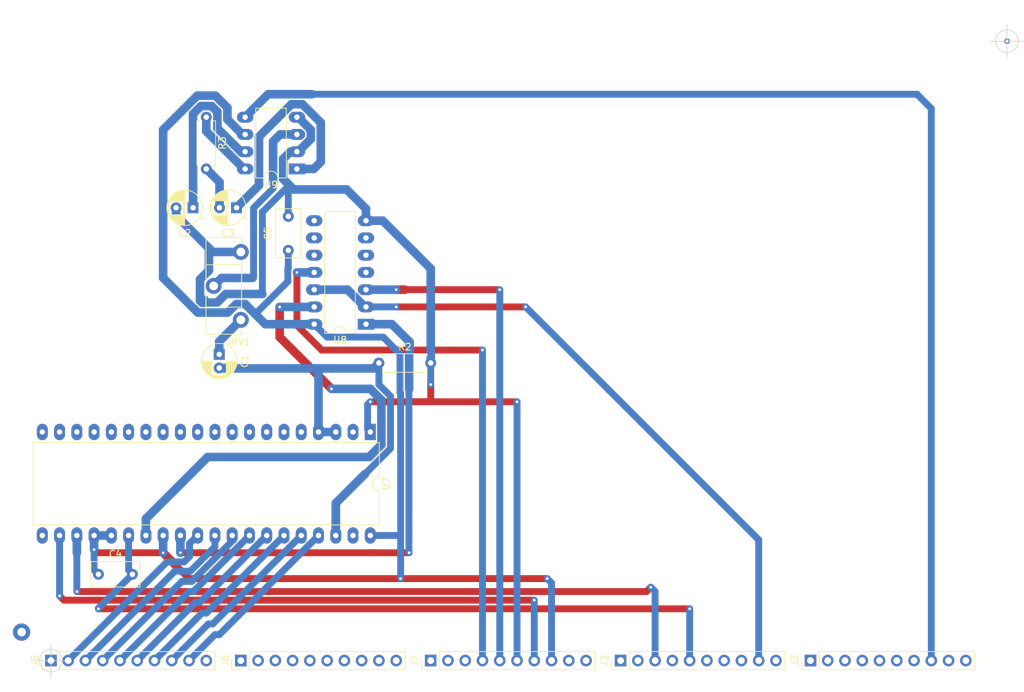
<source format=kicad_pcb>
(kicad_pcb (version 20171130) (host pcbnew 5.1.6-c6e7f7d~86~ubuntu18.04.1)

  (general
    (thickness 1.6)
    (drawings 6)
    (tracks 275)
    (zones 0)
    (modules 16)
    (nets 73)
  )

  (page A4)
  (layers
    (0 F.Cu signal)
    (31 B.Cu signal)
    (32 B.Adhes user)
    (33 F.Adhes user)
    (34 B.Paste user)
    (35 F.Paste user)
    (36 B.SilkS user)
    (37 F.SilkS user)
    (38 B.Mask user)
    (39 F.Mask user)
    (40 Dwgs.User user)
    (41 Cmts.User user)
    (42 Eco1.User user)
    (43 Eco2.User user)
    (44 Edge.Cuts user)
    (45 Margin user)
    (46 B.CrtYd user)
    (47 F.CrtYd user)
    (48 B.Fab user)
    (49 F.Fab user)
  )

  (setup
    (last_trace_width 1.016)
    (user_trace_width 0.762)
    (user_trace_width 1.016)
    (user_trace_width 1.27)
    (trace_clearance 0.2)
    (zone_clearance 0.508)
    (zone_45_only no)
    (trace_min 0.2)
    (via_size 0.8)
    (via_drill 0.4)
    (via_min_size 0.4)
    (via_min_drill 0.3)
    (user_via 0.635 0.3048)
    (user_via 0.762 0.381)
    (user_via 1.016 0.508)
    (uvia_size 0.3)
    (uvia_drill 0.1)
    (uvias_allowed no)
    (uvia_min_size 0.2)
    (uvia_min_drill 0.1)
    (edge_width 0.05)
    (segment_width 0.2)
    (pcb_text_width 0.3)
    (pcb_text_size 1.5 1.5)
    (mod_edge_width 0.12)
    (mod_text_size 1 1)
    (mod_text_width 0.15)
    (pad_size 1.524 1.524)
    (pad_drill 0.762)
    (pad_to_mask_clearance 0.05)
    (aux_axis_origin 0 0)
    (visible_elements FFFFEF7F)
    (pcbplotparams
      (layerselection 0x010fc_ffffffff)
      (usegerberextensions false)
      (usegerberattributes true)
      (usegerberadvancedattributes true)
      (creategerberjobfile true)
      (excludeedgelayer true)
      (linewidth 0.100000)
      (plotframeref false)
      (viasonmask false)
      (mode 1)
      (useauxorigin false)
      (hpglpennumber 1)
      (hpglpenspeed 20)
      (hpglpendiameter 15.000000)
      (psnegative false)
      (psa4output false)
      (plotreference true)
      (plotvalue true)
      (plotinvisibletext false)
      (padsonsilk false)
      (subtractmaskfromsilk false)
      (outputformat 1)
      (mirror false)
      (drillshape 1)
      (scaleselection 1)
      (outputdirectory ""))
  )

  (net 0 "")
  (net 1 "Net-(C1-Pad2)")
  (net 2 "Net-(C1-Pad1)")
  (net 3 GND)
  (net 4 "Net-(C2-Pad1)")
  (net 5 "Net-(C3-Pad2)")
  (net 6 "Net-(C3-Pad1)")
  (net 7 ~RESET)
  (net 8 ~MREQ)
  (net 9 A13)
  (net 10 A12)
  (net 11 A11)
  (net 12 A10)
  (net 13 A9)
  (net 14 A8)
  (net 15 A7)
  (net 16 A6)
  (net 17 A5)
  (net 18 A4)
  (net 19 A3)
  (net 20 A2)
  (net 21 A1)
  (net 22 A0)
  (net 23 ~SLTSL0)
  (net 24 ~SLTSL1)
  (net 25 ~IORQ)
  (net 26 ~SLTSL2)
  (net 27 ~SLTSL3)
  (net 28 SND)
  (net 29 +5V)
  (net 30 D7)
  (net 31 D6)
  (net 32 D5)
  (net 33 D4)
  (net 34 D3)
  (net 35 D2)
  (net 36 D1)
  (net 37 D0)
  (net 38 A15)
  (net 39 A14)
  (net 40 RESET)
  (net 41 ~WR)
  (net 42 CLK)
  (net 43 ~RD)
  (net 44 "Net-(R3-Pad1)")
  (net 45 "Net-(RV1-Pad2)")
  (net 46 "Net-(U7-Pad20)")
  (net 47 "Net-(U7-Pad19)")
  (net 48 "Net-(U7-Pad18)")
  (net 49 "Net-(U7-Pad17)")
  (net 50 "Net-(U7-Pad16)")
  (net 51 "Net-(U7-Pad15)")
  (net 52 "Net-(U7-Pad14)")
  (net 53 "Net-(U7-Pad13)")
  (net 54 "Net-(U7-Pad12)")
  (net 55 "Net-(U7-Pad11)")
  (net 56 "Net-(U7-Pad10)")
  (net 57 "Net-(U7-Pad29)")
  (net 58 "Net-(U7-Pad9)")
  (net 59 "Net-(U7-Pad8)")
  (net 60 "Net-(U7-Pad27)")
  (net 61 "Net-(U7-Pad7)")
  (net 62 "Net-(U7-Pad6)")
  (net 63 "Net-(U7-Pad21)")
  (net 64 rtc_en)
  (net 65 ppi_en)
  (net 66 psg_en)
  (net 67 vdp_en)
  (net 68 prn_en)
  (net 69 exp1_en)
  (net 70 ser_en)
  (net 71 ~IO_WAIT)
  (net 72 ~INT)

  (net_class Default "This is the default net class."
    (clearance 0.2)
    (trace_width 0.25)
    (via_dia 0.8)
    (via_drill 0.4)
    (uvia_dia 0.3)
    (uvia_drill 0.1)
    (add_net +5V)
    (add_net A0)
    (add_net A1)
    (add_net A10)
    (add_net A11)
    (add_net A12)
    (add_net A13)
    (add_net A14)
    (add_net A15)
    (add_net A2)
    (add_net A3)
    (add_net A4)
    (add_net A5)
    (add_net A6)
    (add_net A7)
    (add_net A8)
    (add_net A9)
    (add_net CLK)
    (add_net D0)
    (add_net D1)
    (add_net D2)
    (add_net D3)
    (add_net D4)
    (add_net D5)
    (add_net D6)
    (add_net D7)
    (add_net GND)
    (add_net "Net-(C1-Pad1)")
    (add_net "Net-(C1-Pad2)")
    (add_net "Net-(C2-Pad1)")
    (add_net "Net-(C3-Pad1)")
    (add_net "Net-(C3-Pad2)")
    (add_net "Net-(R3-Pad1)")
    (add_net "Net-(RV1-Pad2)")
    (add_net "Net-(U7-Pad10)")
    (add_net "Net-(U7-Pad11)")
    (add_net "Net-(U7-Pad12)")
    (add_net "Net-(U7-Pad13)")
    (add_net "Net-(U7-Pad14)")
    (add_net "Net-(U7-Pad15)")
    (add_net "Net-(U7-Pad16)")
    (add_net "Net-(U7-Pad17)")
    (add_net "Net-(U7-Pad18)")
    (add_net "Net-(U7-Pad19)")
    (add_net "Net-(U7-Pad20)")
    (add_net "Net-(U7-Pad21)")
    (add_net "Net-(U7-Pad27)")
    (add_net "Net-(U7-Pad29)")
    (add_net "Net-(U7-Pad6)")
    (add_net "Net-(U7-Pad7)")
    (add_net "Net-(U7-Pad8)")
    (add_net "Net-(U7-Pad9)")
    (add_net RESET)
    (add_net SND)
    (add_net exp1_en)
    (add_net ppi_en)
    (add_net prn_en)
    (add_net psg_en)
    (add_net rtc_en)
    (add_net ser_en)
    (add_net vdp_en)
    (add_net ~INT)
    (add_net ~IORQ)
    (add_net ~IO_WAIT)
    (add_net ~MREQ)
    (add_net ~RD)
    (add_net ~RESET)
    (add_net ~SLTSL0)
    (add_net ~SLTSL1)
    (add_net ~SLTSL2)
    (add_net ~SLTSL3)
    (add_net ~WR)
  )

  (module Capacitor_THT:C_Rect_L7.0mm_W3.5mm_P5.00mm (layer F.Cu) (tedit 5AE50EF0) (tstamp 5EECEAD5)
    (at 83.185 72.31 90)
    (descr "C, Rect series, Radial, pin pitch=5.00mm, , length*width=7*3.5mm^2, Capacitor")
    (tags "C Rect series Radial pin pitch 5.00mm  length 7mm width 3.5mm Capacitor")
    (path /5EF07B54)
    (fp_text reference C5 (at 2.5 -3 90) (layer F.SilkS)
      (effects (font (size 1 1) (thickness 0.15)))
    )
    (fp_text value C (at 2.5 3 90) (layer F.Fab)
      (effects (font (size 1 1) (thickness 0.15)))
    )
    (fp_text user %R (at 2.5 0 90) (layer F.Fab)
      (effects (font (size 1 1) (thickness 0.15)))
    )
    (fp_line (start -1 -1.75) (end -1 1.75) (layer F.Fab) (width 0.1))
    (fp_line (start -1 1.75) (end 6 1.75) (layer F.Fab) (width 0.1))
    (fp_line (start 6 1.75) (end 6 -1.75) (layer F.Fab) (width 0.1))
    (fp_line (start 6 -1.75) (end -1 -1.75) (layer F.Fab) (width 0.1))
    (fp_line (start -1.12 -1.87) (end 6.12 -1.87) (layer F.SilkS) (width 0.12))
    (fp_line (start -1.12 1.87) (end 6.12 1.87) (layer F.SilkS) (width 0.12))
    (fp_line (start -1.12 -1.87) (end -1.12 1.87) (layer F.SilkS) (width 0.12))
    (fp_line (start 6.12 -1.87) (end 6.12 1.87) (layer F.SilkS) (width 0.12))
    (fp_line (start -1.25 -2) (end -1.25 2) (layer F.CrtYd) (width 0.05))
    (fp_line (start -1.25 2) (end 6.25 2) (layer F.CrtYd) (width 0.05))
    (fp_line (start 6.25 2) (end 6.25 -2) (layer F.CrtYd) (width 0.05))
    (fp_line (start 6.25 -2) (end -1.25 -2) (layer F.CrtYd) (width 0.05))
    (pad 2 thru_hole circle (at 5 0 90) (size 1.6 1.6) (drill 0.8) (layers *.Cu *.Mask)
      (net 3 GND))
    (pad 1 thru_hole circle (at 0 0 90) (size 1.6 1.6) (drill 0.8) (layers *.Cu *.Mask)
      (net 29 +5V))
    (model ${KISYS3DMOD}/Capacitor_THT.3dshapes/C_Rect_L7.0mm_W3.5mm_P5.00mm.wrl
      (at (xyz 0 0 0))
      (scale (xyz 1 1 1))
      (rotate (xyz 0 0 0))
    )
  )

  (module Capacitor_THT:C_Rect_L7.0mm_W3.5mm_P5.00mm (layer F.Cu) (tedit 5AE50EF0) (tstamp 5EECC97D)
    (at 55.245 120.015)
    (descr "C, Rect series, Radial, pin pitch=5.00mm, , length*width=7*3.5mm^2, Capacitor")
    (tags "C Rect series Radial pin pitch 5.00mm  length 7mm width 3.5mm Capacitor")
    (path /5EED2B4F)
    (fp_text reference C4 (at 2.5 -3) (layer F.SilkS)
      (effects (font (size 1 1) (thickness 0.15)))
    )
    (fp_text value C (at 2.5 3) (layer F.Fab)
      (effects (font (size 1 1) (thickness 0.15)))
    )
    (fp_text user %R (at 2.5 0) (layer F.Fab)
      (effects (font (size 1 1) (thickness 0.15)))
    )
    (fp_line (start -1 -1.75) (end -1 1.75) (layer F.Fab) (width 0.1))
    (fp_line (start -1 1.75) (end 6 1.75) (layer F.Fab) (width 0.1))
    (fp_line (start 6 1.75) (end 6 -1.75) (layer F.Fab) (width 0.1))
    (fp_line (start 6 -1.75) (end -1 -1.75) (layer F.Fab) (width 0.1))
    (fp_line (start -1.12 -1.87) (end 6.12 -1.87) (layer F.SilkS) (width 0.12))
    (fp_line (start -1.12 1.87) (end 6.12 1.87) (layer F.SilkS) (width 0.12))
    (fp_line (start -1.12 -1.87) (end -1.12 1.87) (layer F.SilkS) (width 0.12))
    (fp_line (start 6.12 -1.87) (end 6.12 1.87) (layer F.SilkS) (width 0.12))
    (fp_line (start -1.25 -2) (end -1.25 2) (layer F.CrtYd) (width 0.05))
    (fp_line (start -1.25 2) (end 6.25 2) (layer F.CrtYd) (width 0.05))
    (fp_line (start 6.25 2) (end 6.25 -2) (layer F.CrtYd) (width 0.05))
    (fp_line (start 6.25 -2) (end -1.25 -2) (layer F.CrtYd) (width 0.05))
    (pad 2 thru_hole circle (at 5 0) (size 1.6 1.6) (drill 0.8) (layers *.Cu *.Mask)
      (net 3 GND))
    (pad 1 thru_hole circle (at 0 0) (size 1.6 1.6) (drill 0.8) (layers *.Cu *.Mask)
      (net 29 +5V))
    (model ${KISYS3DMOD}/Capacitor_THT.3dshapes/C_Rect_L7.0mm_W3.5mm_P5.00mm.wrl
      (at (xyz 0 0 0))
      (scale (xyz 1 1 1))
      (rotate (xyz 0 0 0))
    )
  )

  (module Connector_PinHeader_2.54mm:PinHeader_1x10_P2.54mm_Vertical (layer F.Cu) (tedit 59FED5CC) (tstamp 5EECBD7F)
    (at 76.2 132.715 90)
    (descr "Through hole straight pin header, 1x10, 2.54mm pitch, single row")
    (tags "Through hole pin header THT 1x10 2.54mm single row")
    (path /5EF2C974)
    (fp_text reference J6 (at 0 -2.33 90) (layer F.SilkS)
      (effects (font (size 1 1) (thickness 0.15)))
    )
    (fp_text value Conn_01x10 (at 0 25.19 90) (layer F.Fab)
      (effects (font (size 1 1) (thickness 0.15)))
    )
    (fp_line (start -0.635 -1.27) (end 1.27 -1.27) (layer F.Fab) (width 0.1))
    (fp_line (start 1.27 -1.27) (end 1.27 24.13) (layer F.Fab) (width 0.1))
    (fp_line (start 1.27 24.13) (end -1.27 24.13) (layer F.Fab) (width 0.1))
    (fp_line (start -1.27 24.13) (end -1.27 -0.635) (layer F.Fab) (width 0.1))
    (fp_line (start -1.27 -0.635) (end -0.635 -1.27) (layer F.Fab) (width 0.1))
    (fp_line (start -1.33 24.19) (end 1.33 24.19) (layer F.SilkS) (width 0.12))
    (fp_line (start -1.33 1.27) (end -1.33 24.19) (layer F.SilkS) (width 0.12))
    (fp_line (start 1.33 1.27) (end 1.33 24.19) (layer F.SilkS) (width 0.12))
    (fp_line (start -1.33 1.27) (end 1.33 1.27) (layer F.SilkS) (width 0.12))
    (fp_line (start -1.33 0) (end -1.33 -1.33) (layer F.SilkS) (width 0.12))
    (fp_line (start -1.33 -1.33) (end 0 -1.33) (layer F.SilkS) (width 0.12))
    (fp_line (start -1.8 -1.8) (end -1.8 24.65) (layer F.CrtYd) (width 0.05))
    (fp_line (start -1.8 24.65) (end 1.8 24.65) (layer F.CrtYd) (width 0.05))
    (fp_line (start 1.8 24.65) (end 1.8 -1.8) (layer F.CrtYd) (width 0.05))
    (fp_line (start 1.8 -1.8) (end -1.8 -1.8) (layer F.CrtYd) (width 0.05))
    (fp_text user %R (at 0 11.43) (layer F.Fab)
      (effects (font (size 1 1) (thickness 0.15)))
    )
    (pad 1 thru_hole rect (at 0 0 90) (size 1.7 1.7) (drill 1) (layers *.Cu *.Mask)
      (net 39 A14))
    (pad 2 thru_hole oval (at 0 2.54 90) (size 1.7 1.7) (drill 1) (layers *.Cu *.Mask)
      (net 9 A13))
    (pad 3 thru_hole oval (at 0 5.08 90) (size 1.7 1.7) (drill 1) (layers *.Cu *.Mask)
      (net 10 A12))
    (pad 4 thru_hole oval (at 0 7.62 90) (size 1.7 1.7) (drill 1) (layers *.Cu *.Mask)
      (net 11 A11))
    (pad 5 thru_hole oval (at 0 10.16 90) (size 1.7 1.7) (drill 1) (layers *.Cu *.Mask)
      (net 12 A10))
    (pad 6 thru_hole oval (at 0 12.7 90) (size 1.7 1.7) (drill 1) (layers *.Cu *.Mask)
      (net 13 A9))
    (pad 7 thru_hole oval (at 0 15.24 90) (size 1.7 1.7) (drill 1) (layers *.Cu *.Mask)
      (net 14 A8))
    (pad 8 thru_hole oval (at 0 17.78 90) (size 1.7 1.7) (drill 1) (layers *.Cu *.Mask)
      (net 15 A7))
    (pad 9 thru_hole oval (at 0 20.32 90) (size 1.7 1.7) (drill 1) (layers *.Cu *.Mask)
      (net 16 A6))
    (pad 10 thru_hole oval (at 0 22.86 90) (size 1.7 1.7) (drill 1) (layers *.Cu *.Mask)
      (net 17 A5))
    (model ${KISYS3DMOD}/Connector_PinHeader_2.54mm.3dshapes/PinHeader_1x10_P2.54mm_Vertical.wrl
      (at (xyz 0 0 0))
      (scale (xyz 1 1 1))
      (rotate (xyz 0 0 0))
    )
  )

  (module Connector_PinHeader_2.54mm:PinHeader_1x10_P2.54mm_Vertical (layer F.Cu) (tedit 59FED5CC) (tstamp 5EECBD57)
    (at 48.26 132.715 90)
    (descr "Through hole straight pin header, 1x10, 2.54mm pitch, single row")
    (tags "Through hole pin header THT 1x10 2.54mm single row")
    (path /5EF2A066)
    (fp_text reference J5 (at 0 -2.33 90) (layer F.SilkS)
      (effects (font (size 1 1) (thickness 0.15)))
    )
    (fp_text value Conn_01x10 (at 0 25.19 90) (layer F.Fab)
      (effects (font (size 1 1) (thickness 0.15)))
    )
    (fp_line (start -0.635 -1.27) (end 1.27 -1.27) (layer F.Fab) (width 0.1))
    (fp_line (start 1.27 -1.27) (end 1.27 24.13) (layer F.Fab) (width 0.1))
    (fp_line (start 1.27 24.13) (end -1.27 24.13) (layer F.Fab) (width 0.1))
    (fp_line (start -1.27 24.13) (end -1.27 -0.635) (layer F.Fab) (width 0.1))
    (fp_line (start -1.27 -0.635) (end -0.635 -1.27) (layer F.Fab) (width 0.1))
    (fp_line (start -1.33 24.19) (end 1.33 24.19) (layer F.SilkS) (width 0.12))
    (fp_line (start -1.33 1.27) (end -1.33 24.19) (layer F.SilkS) (width 0.12))
    (fp_line (start 1.33 1.27) (end 1.33 24.19) (layer F.SilkS) (width 0.12))
    (fp_line (start -1.33 1.27) (end 1.33 1.27) (layer F.SilkS) (width 0.12))
    (fp_line (start -1.33 0) (end -1.33 -1.33) (layer F.SilkS) (width 0.12))
    (fp_line (start -1.33 -1.33) (end 0 -1.33) (layer F.SilkS) (width 0.12))
    (fp_line (start -1.8 -1.8) (end -1.8 24.65) (layer F.CrtYd) (width 0.05))
    (fp_line (start -1.8 24.65) (end 1.8 24.65) (layer F.CrtYd) (width 0.05))
    (fp_line (start 1.8 24.65) (end 1.8 -1.8) (layer F.CrtYd) (width 0.05))
    (fp_line (start 1.8 -1.8) (end -1.8 -1.8) (layer F.CrtYd) (width 0.05))
    (fp_text user %R (at 0 11.43) (layer F.Fab)
      (effects (font (size 1 1) (thickness 0.15)))
    )
    (pad 1 thru_hole rect (at 0 0 90) (size 1.7 1.7) (drill 1) (layers *.Cu *.Mask)
      (net 71 ~IO_WAIT))
    (pad 2 thru_hole oval (at 0 2.54 90) (size 1.7 1.7) (drill 1) (layers *.Cu *.Mask)
      (net 30 D7))
    (pad 3 thru_hole oval (at 0 5.08 90) (size 1.7 1.7) (drill 1) (layers *.Cu *.Mask)
      (net 31 D6))
    (pad 4 thru_hole oval (at 0 7.62 90) (size 1.7 1.7) (drill 1) (layers *.Cu *.Mask)
      (net 32 D5))
    (pad 5 thru_hole oval (at 0 10.16 90) (size 1.7 1.7) (drill 1) (layers *.Cu *.Mask)
      (net 33 D4))
    (pad 6 thru_hole oval (at 0 12.7 90) (size 1.7 1.7) (drill 1) (layers *.Cu *.Mask)
      (net 34 D3))
    (pad 7 thru_hole oval (at 0 15.24 90) (size 1.7 1.7) (drill 1) (layers *.Cu *.Mask)
      (net 35 D2))
    (pad 8 thru_hole oval (at 0 17.78 90) (size 1.7 1.7) (drill 1) (layers *.Cu *.Mask)
      (net 36 D1))
    (pad 9 thru_hole oval (at 0 20.32 90) (size 1.7 1.7) (drill 1) (layers *.Cu *.Mask)
      (net 37 D0))
    (pad 10 thru_hole oval (at 0 22.86 90) (size 1.7 1.7) (drill 1) (layers *.Cu *.Mask)
      (net 38 A15))
    (model ${KISYS3DMOD}/Connector_PinHeader_2.54mm.3dshapes/PinHeader_1x10_P2.54mm_Vertical.wrl
      (at (xyz 0 0 0))
      (scale (xyz 1 1 1))
      (rotate (xyz 0 0 0))
    )
  )

  (module Connector_PinHeader_2.54mm:PinHeader_1x10_P2.54mm_Vertical (layer F.Cu) (tedit 59FED5CC) (tstamp 5EECBD3A)
    (at 160.02 132.715 90)
    (descr "Through hole straight pin header, 1x10, 2.54mm pitch, single row")
    (tags "Through hole pin header THT 1x10 2.54mm single row")
    (path /5EFEA3FF)
    (fp_text reference J3 (at 0 -2.33 90) (layer F.SilkS)
      (effects (font (size 1 1) (thickness 0.15)))
    )
    (fp_text value Conn_01x10 (at 0 25.19 90) (layer F.Fab)
      (effects (font (size 1 1) (thickness 0.15)))
    )
    (fp_line (start -0.635 -1.27) (end 1.27 -1.27) (layer F.Fab) (width 0.1))
    (fp_line (start 1.27 -1.27) (end 1.27 24.13) (layer F.Fab) (width 0.1))
    (fp_line (start 1.27 24.13) (end -1.27 24.13) (layer F.Fab) (width 0.1))
    (fp_line (start -1.27 24.13) (end -1.27 -0.635) (layer F.Fab) (width 0.1))
    (fp_line (start -1.27 -0.635) (end -0.635 -1.27) (layer F.Fab) (width 0.1))
    (fp_line (start -1.33 24.19) (end 1.33 24.19) (layer F.SilkS) (width 0.12))
    (fp_line (start -1.33 1.27) (end -1.33 24.19) (layer F.SilkS) (width 0.12))
    (fp_line (start 1.33 1.27) (end 1.33 24.19) (layer F.SilkS) (width 0.12))
    (fp_line (start -1.33 1.27) (end 1.33 1.27) (layer F.SilkS) (width 0.12))
    (fp_line (start -1.33 0) (end -1.33 -1.33) (layer F.SilkS) (width 0.12))
    (fp_line (start -1.33 -1.33) (end 0 -1.33) (layer F.SilkS) (width 0.12))
    (fp_line (start -1.8 -1.8) (end -1.8 24.65) (layer F.CrtYd) (width 0.05))
    (fp_line (start -1.8 24.65) (end 1.8 24.65) (layer F.CrtYd) (width 0.05))
    (fp_line (start 1.8 24.65) (end 1.8 -1.8) (layer F.CrtYd) (width 0.05))
    (fp_line (start 1.8 -1.8) (end -1.8 -1.8) (layer F.CrtYd) (width 0.05))
    (fp_text user %R (at 0 11.43) (layer F.Fab)
      (effects (font (size 1 1) (thickness 0.15)))
    )
    (pad 1 thru_hole rect (at 0 0 90) (size 1.7 1.7) (drill 1) (layers *.Cu *.Mask)
      (net 68 prn_en))
    (pad 2 thru_hole oval (at 0 2.54 90) (size 1.7 1.7) (drill 1) (layers *.Cu *.Mask)
      (net 69 exp1_en))
    (pad 3 thru_hole oval (at 0 5.08 90) (size 1.7 1.7) (drill 1) (layers *.Cu *.Mask)
      (net 70 ser_en))
    (pad 4 thru_hole oval (at 0 7.62 90) (size 1.7 1.7) (drill 1) (layers *.Cu *.Mask)
      (net 23 ~SLTSL0))
    (pad 5 thru_hole oval (at 0 10.16 90) (size 1.7 1.7) (drill 1) (layers *.Cu *.Mask)
      (net 24 ~SLTSL1))
    (pad 6 thru_hole oval (at 0 12.7 90) (size 1.7 1.7) (drill 1) (layers *.Cu *.Mask)
      (net 26 ~SLTSL2))
    (pad 7 thru_hole oval (at 0 15.24 90) (size 1.7 1.7) (drill 1) (layers *.Cu *.Mask)
      (net 27 ~SLTSL3))
    (pad 8 thru_hole oval (at 0 17.78 90) (size 1.7 1.7) (drill 1) (layers *.Cu *.Mask)
      (net 28 SND))
    (pad 9 thru_hole oval (at 0 20.32 90) (size 1.7 1.7) (drill 1) (layers *.Cu *.Mask)
      (net 29 +5V))
    (pad 10 thru_hole oval (at 0 22.86 90) (size 1.7 1.7) (drill 1) (layers *.Cu *.Mask)
      (net 3 GND))
    (model ${KISYS3DMOD}/Connector_PinHeader_2.54mm.3dshapes/PinHeader_1x10_P2.54mm_Vertical.wrl
      (at (xyz 0 0 0))
      (scale (xyz 1 1 1))
      (rotate (xyz 0 0 0))
    )
  )

  (module Connector_PinHeader_2.54mm:PinHeader_1x10_P2.54mm_Vertical (layer F.Cu) (tedit 59FED5CC) (tstamp 5EECBD1D)
    (at 104.14 132.715 90)
    (descr "Through hole straight pin header, 1x10, 2.54mm pitch, single row")
    (tags "Through hole pin header THT 1x10 2.54mm single row")
    (path /5EF2DFC2)
    (fp_text reference J7 (at 0 -2.33 90) (layer F.SilkS)
      (effects (font (size 1 1) (thickness 0.15)))
    )
    (fp_text value Conn_01x10 (at 0 25.19 90) (layer F.Fab)
      (effects (font (size 1 1) (thickness 0.15)))
    )
    (fp_line (start -0.635 -1.27) (end 1.27 -1.27) (layer F.Fab) (width 0.1))
    (fp_line (start 1.27 -1.27) (end 1.27 24.13) (layer F.Fab) (width 0.1))
    (fp_line (start 1.27 24.13) (end -1.27 24.13) (layer F.Fab) (width 0.1))
    (fp_line (start -1.27 24.13) (end -1.27 -0.635) (layer F.Fab) (width 0.1))
    (fp_line (start -1.27 -0.635) (end -0.635 -1.27) (layer F.Fab) (width 0.1))
    (fp_line (start -1.33 24.19) (end 1.33 24.19) (layer F.SilkS) (width 0.12))
    (fp_line (start -1.33 1.27) (end -1.33 24.19) (layer F.SilkS) (width 0.12))
    (fp_line (start 1.33 1.27) (end 1.33 24.19) (layer F.SilkS) (width 0.12))
    (fp_line (start -1.33 1.27) (end 1.33 1.27) (layer F.SilkS) (width 0.12))
    (fp_line (start -1.33 0) (end -1.33 -1.33) (layer F.SilkS) (width 0.12))
    (fp_line (start -1.33 -1.33) (end 0 -1.33) (layer F.SilkS) (width 0.12))
    (fp_line (start -1.8 -1.8) (end -1.8 24.65) (layer F.CrtYd) (width 0.05))
    (fp_line (start -1.8 24.65) (end 1.8 24.65) (layer F.CrtYd) (width 0.05))
    (fp_line (start 1.8 24.65) (end 1.8 -1.8) (layer F.CrtYd) (width 0.05))
    (fp_line (start 1.8 -1.8) (end -1.8 -1.8) (layer F.CrtYd) (width 0.05))
    (fp_text user %R (at 0 11.43) (layer F.Fab)
      (effects (font (size 1 1) (thickness 0.15)))
    )
    (pad 1 thru_hole rect (at 0 0 90) (size 1.7 1.7) (drill 1) (layers *.Cu *.Mask)
      (net 18 A4))
    (pad 2 thru_hole oval (at 0 2.54 90) (size 1.7 1.7) (drill 1) (layers *.Cu *.Mask)
      (net 19 A3))
    (pad 3 thru_hole oval (at 0 5.08 90) (size 1.7 1.7) (drill 1) (layers *.Cu *.Mask)
      (net 20 A2))
    (pad 4 thru_hole oval (at 0 7.62 90) (size 1.7 1.7) (drill 1) (layers *.Cu *.Mask)
      (net 21 A1))
    (pad 5 thru_hole oval (at 0 10.16 90) (size 1.7 1.7) (drill 1) (layers *.Cu *.Mask)
      (net 22 A0))
    (pad 6 thru_hole oval (at 0 12.7 90) (size 1.7 1.7) (drill 1) (layers *.Cu *.Mask)
      (net 3 GND))
    (pad 7 thru_hole oval (at 0 15.24 90) (size 1.7 1.7) (drill 1) (layers *.Cu *.Mask)
      (net 42 CLK))
    (pad 8 thru_hole oval (at 0 17.78 90) (size 1.7 1.7) (drill 1) (layers *.Cu *.Mask)
      (net 29 +5V))
    (pad 9 thru_hole oval (at 0 20.32 90) (size 1.7 1.7) (drill 1) (layers *.Cu *.Mask)
      (net 72 ~INT))
    (pad 10 thru_hole oval (at 0 22.86 90) (size 1.7 1.7) (drill 1) (layers *.Cu *.Mask)
      (net 41 ~WR))
    (model ${KISYS3DMOD}/Connector_PinHeader_2.54mm.3dshapes/PinHeader_1x10_P2.54mm_Vertical.wrl
      (at (xyz 0 0 0))
      (scale (xyz 1 1 1))
      (rotate (xyz 0 0 0))
    )
  )

  (module Connector_PinHeader_2.54mm:PinHeader_1x10_P2.54mm_Vertical (layer F.Cu) (tedit 59FED5CC) (tstamp 5EECBD00)
    (at 132.08 132.715 90)
    (descr "Through hole straight pin header, 1x10, 2.54mm pitch, single row")
    (tags "Through hole pin header THT 1x10 2.54mm single row")
    (path /5EFC74B6)
    (fp_text reference J2 (at 0 -2.33 90) (layer F.SilkS)
      (effects (font (size 1 1) (thickness 0.15)))
    )
    (fp_text value Conn_01x10 (at 0 25.19 90) (layer F.Fab)
      (effects (font (size 1 1) (thickness 0.15)))
    )
    (fp_line (start -0.635 -1.27) (end 1.27 -1.27) (layer F.Fab) (width 0.1))
    (fp_line (start 1.27 -1.27) (end 1.27 24.13) (layer F.Fab) (width 0.1))
    (fp_line (start 1.27 24.13) (end -1.27 24.13) (layer F.Fab) (width 0.1))
    (fp_line (start -1.27 24.13) (end -1.27 -0.635) (layer F.Fab) (width 0.1))
    (fp_line (start -1.27 -0.635) (end -0.635 -1.27) (layer F.Fab) (width 0.1))
    (fp_line (start -1.33 24.19) (end 1.33 24.19) (layer F.SilkS) (width 0.12))
    (fp_line (start -1.33 1.27) (end -1.33 24.19) (layer F.SilkS) (width 0.12))
    (fp_line (start 1.33 1.27) (end 1.33 24.19) (layer F.SilkS) (width 0.12))
    (fp_line (start -1.33 1.27) (end 1.33 1.27) (layer F.SilkS) (width 0.12))
    (fp_line (start -1.33 0) (end -1.33 -1.33) (layer F.SilkS) (width 0.12))
    (fp_line (start -1.33 -1.33) (end 0 -1.33) (layer F.SilkS) (width 0.12))
    (fp_line (start -1.8 -1.8) (end -1.8 24.65) (layer F.CrtYd) (width 0.05))
    (fp_line (start -1.8 24.65) (end 1.8 24.65) (layer F.CrtYd) (width 0.05))
    (fp_line (start 1.8 24.65) (end 1.8 -1.8) (layer F.CrtYd) (width 0.05))
    (fp_line (start 1.8 -1.8) (end -1.8 -1.8) (layer F.CrtYd) (width 0.05))
    (fp_text user %R (at 0 11.43) (layer F.Fab)
      (effects (font (size 1 1) (thickness 0.15)))
    )
    (pad 1 thru_hole rect (at 0 0 90) (size 1.7 1.7) (drill 1) (layers *.Cu *.Mask)
      (net 43 ~RD))
    (pad 2 thru_hole oval (at 0 2.54 90) (size 1.7 1.7) (drill 1) (layers *.Cu *.Mask)
      (net 40 RESET))
    (pad 3 thru_hole oval (at 0 5.08 90) (size 1.7 1.7) (drill 1) (layers *.Cu *.Mask)
      (net 7 ~RESET))
    (pad 4 thru_hole oval (at 0 7.62 90) (size 1.7 1.7) (drill 1) (layers *.Cu *.Mask)
      (net 8 ~MREQ))
    (pad 5 thru_hole oval (at 0 10.16 90) (size 1.7 1.7) (drill 1) (layers *.Cu *.Mask)
      (net 3 GND))
    (pad 6 thru_hole oval (at 0 12.7 90) (size 1.7 1.7) (drill 1) (layers *.Cu *.Mask)
      (net 25 ~IORQ))
    (pad 7 thru_hole oval (at 0 15.24 90) (size 1.7 1.7) (drill 1) (layers *.Cu *.Mask)
      (net 64 rtc_en))
    (pad 8 thru_hole oval (at 0 17.78 90) (size 1.7 1.7) (drill 1) (layers *.Cu *.Mask)
      (net 65 ppi_en))
    (pad 9 thru_hole oval (at 0 20.32 90) (size 1.7 1.7) (drill 1) (layers *.Cu *.Mask)
      (net 66 psg_en))
    (pad 10 thru_hole oval (at 0 22.86 90) (size 1.7 1.7) (drill 1) (layers *.Cu *.Mask)
      (net 67 vdp_en))
    (model ${KISYS3DMOD}/Connector_PinHeader_2.54mm.3dshapes/PinHeader_1x10_P2.54mm_Vertical.wrl
      (at (xyz 0 0 0))
      (scale (xyz 1 1 1))
      (rotate (xyz 0 0 0))
    )
  )

  (module Package_DIP:DIP-8_W7.62mm_LongPads (layer F.Cu) (tedit 5A02E8C5) (tstamp 5ECAB960)
    (at 84.455 60.325 180)
    (descr "8-lead though-hole mounted DIP package, row spacing 7.62 mm (300 mils), LongPads")
    (tags "THT DIP DIL PDIP 2.54mm 7.62mm 300mil LongPads")
    (path /5EF0B677)
    (fp_text reference U9 (at 3.81 -2.33) (layer F.SilkS)
      (effects (font (size 1 1) (thickness 0.15)))
    )
    (fp_text value LM386 (at 3.81 9.95) (layer F.Fab)
      (effects (font (size 1 1) (thickness 0.15)))
    )
    (fp_line (start 1.635 -1.27) (end 6.985 -1.27) (layer F.Fab) (width 0.1))
    (fp_line (start 6.985 -1.27) (end 6.985 8.89) (layer F.Fab) (width 0.1))
    (fp_line (start 6.985 8.89) (end 0.635 8.89) (layer F.Fab) (width 0.1))
    (fp_line (start 0.635 8.89) (end 0.635 -0.27) (layer F.Fab) (width 0.1))
    (fp_line (start 0.635 -0.27) (end 1.635 -1.27) (layer F.Fab) (width 0.1))
    (fp_line (start 2.81 -1.33) (end 1.56 -1.33) (layer F.SilkS) (width 0.12))
    (fp_line (start 1.56 -1.33) (end 1.56 8.95) (layer F.SilkS) (width 0.12))
    (fp_line (start 1.56 8.95) (end 6.06 8.95) (layer F.SilkS) (width 0.12))
    (fp_line (start 6.06 8.95) (end 6.06 -1.33) (layer F.SilkS) (width 0.12))
    (fp_line (start 6.06 -1.33) (end 4.81 -1.33) (layer F.SilkS) (width 0.12))
    (fp_line (start -1.45 -1.55) (end -1.45 9.15) (layer F.CrtYd) (width 0.05))
    (fp_line (start -1.45 9.15) (end 9.1 9.15) (layer F.CrtYd) (width 0.05))
    (fp_line (start 9.1 9.15) (end 9.1 -1.55) (layer F.CrtYd) (width 0.05))
    (fp_line (start 9.1 -1.55) (end -1.45 -1.55) (layer F.CrtYd) (width 0.05))
    (fp_text user %R (at 3.81 3.81) (layer F.Fab)
      (effects (font (size 1 1) (thickness 0.15)))
    )
    (fp_arc (start 3.81 -1.33) (end 2.81 -1.33) (angle -180) (layer F.SilkS) (width 0.12))
    (pad 8 thru_hole oval (at 7.62 0 180) (size 2.4 1.6) (drill 0.8) (layers *.Cu *.Mask)
      (net 44 "Net-(R3-Pad1)"))
    (pad 4 thru_hole oval (at 0 7.62 180) (size 2.4 1.6) (drill 0.8) (layers *.Cu *.Mask)
      (net 3 GND))
    (pad 7 thru_hole oval (at 7.62 2.54 180) (size 2.4 1.6) (drill 0.8) (layers *.Cu *.Mask)
      (net 4 "Net-(C2-Pad1)"))
    (pad 3 thru_hole oval (at 0 5.08 180) (size 2.4 1.6) (drill 0.8) (layers *.Cu *.Mask)
      (net 45 "Net-(RV1-Pad2)"))
    (pad 6 thru_hole oval (at 7.62 5.08 180) (size 2.4 1.6) (drill 0.8) (layers *.Cu *.Mask)
      (net 29 +5V))
    (pad 2 thru_hole oval (at 0 2.54 180) (size 2.4 1.6) (drill 0.8) (layers *.Cu *.Mask)
      (net 3 GND))
    (pad 5 thru_hole oval (at 7.62 7.62 180) (size 2.4 1.6) (drill 0.8) (layers *.Cu *.Mask)
      (net 28 SND))
    (pad 1 thru_hole rect (at 0 0 180) (size 2.4 1.6) (drill 0.8) (layers *.Cu *.Mask)
      (net 6 "Net-(C3-Pad1)"))
    (model ${KISYS3DMOD}/Package_DIP.3dshapes/DIP-8_W7.62mm.wrl
      (at (xyz 0 0 0))
      (scale (xyz 1 1 1))
      (rotate (xyz 0 0 0))
    )
  )

  (module Package_DIP:DIP-14_W7.62mm_LongPads (layer F.Cu) (tedit 5A02E8C5) (tstamp 5ECAB944)
    (at 94.615 83.185 180)
    (descr "14-lead though-hole mounted DIP package, row spacing 7.62 mm (300 mils), LongPads")
    (tags "THT DIP DIL PDIP 2.54mm 7.62mm 300mil LongPads")
    (path /5ED1C0FF)
    (fp_text reference U8 (at 3.81 -2.33) (layer F.SilkS)
      (effects (font (size 1 1) (thickness 0.15)))
    )
    (fp_text value 74LS02 (at 3.81 17.57) (layer F.Fab)
      (effects (font (size 1 1) (thickness 0.15)))
    )
    (fp_line (start 1.635 -1.27) (end 6.985 -1.27) (layer F.Fab) (width 0.1))
    (fp_line (start 6.985 -1.27) (end 6.985 16.51) (layer F.Fab) (width 0.1))
    (fp_line (start 6.985 16.51) (end 0.635 16.51) (layer F.Fab) (width 0.1))
    (fp_line (start 0.635 16.51) (end 0.635 -0.27) (layer F.Fab) (width 0.1))
    (fp_line (start 0.635 -0.27) (end 1.635 -1.27) (layer F.Fab) (width 0.1))
    (fp_line (start 2.81 -1.33) (end 1.56 -1.33) (layer F.SilkS) (width 0.12))
    (fp_line (start 1.56 -1.33) (end 1.56 16.57) (layer F.SilkS) (width 0.12))
    (fp_line (start 1.56 16.57) (end 6.06 16.57) (layer F.SilkS) (width 0.12))
    (fp_line (start 6.06 16.57) (end 6.06 -1.33) (layer F.SilkS) (width 0.12))
    (fp_line (start 6.06 -1.33) (end 4.81 -1.33) (layer F.SilkS) (width 0.12))
    (fp_line (start -1.45 -1.55) (end -1.45 16.8) (layer F.CrtYd) (width 0.05))
    (fp_line (start -1.45 16.8) (end 9.1 16.8) (layer F.CrtYd) (width 0.05))
    (fp_line (start 9.1 16.8) (end 9.1 -1.55) (layer F.CrtYd) (width 0.05))
    (fp_line (start 9.1 -1.55) (end -1.45 -1.55) (layer F.CrtYd) (width 0.05))
    (fp_text user %R (at 3.81 7.62) (layer F.Fab)
      (effects (font (size 1 1) (thickness 0.15)))
    )
    (fp_arc (start 3.81 -1.33) (end 2.81 -1.33) (angle -180) (layer F.SilkS) (width 0.12))
    (pad 14 thru_hole oval (at 7.62 0 180) (size 2.4 1.6) (drill 0.8) (layers *.Cu *.Mask)
      (net 29 +5V))
    (pad 7 thru_hole oval (at 0 15.24 180) (size 2.4 1.6) (drill 0.8) (layers *.Cu *.Mask)
      (net 3 GND))
    (pad 13 thru_hole oval (at 7.62 2.54 180) (size 2.4 1.6) (drill 0.8) (layers *.Cu *.Mask)
      (net 60 "Net-(U7-Pad27)"))
    (pad 6 thru_hole oval (at 0 12.7 180) (size 2.4 1.6) (drill 0.8) (layers *.Cu *.Mask))
    (pad 12 thru_hole oval (at 7.62 5.08 180) (size 2.4 1.6) (drill 0.8) (layers *.Cu *.Mask)
      (net 66 psg_en))
    (pad 5 thru_hole oval (at 0 10.16 180) (size 2.4 1.6) (drill 0.8) (layers *.Cu *.Mask))
    (pad 11 thru_hole oval (at 7.62 7.62 180) (size 2.4 1.6) (drill 0.8) (layers *.Cu *.Mask)
      (net 21 A1))
    (pad 4 thru_hole oval (at 0 7.62 180) (size 2.4 1.6) (drill 0.8) (layers *.Cu *.Mask))
    (pad 10 thru_hole oval (at 7.62 10.16 180) (size 2.4 1.6) (drill 0.8) (layers *.Cu *.Mask))
    (pad 3 thru_hole oval (at 0 5.08 180) (size 2.4 1.6) (drill 0.8) (layers *.Cu *.Mask)
      (net 22 A0))
    (pad 9 thru_hole oval (at 7.62 12.7 180) (size 2.4 1.6) (drill 0.8) (layers *.Cu *.Mask))
    (pad 2 thru_hole oval (at 0 2.54 180) (size 2.4 1.6) (drill 0.8) (layers *.Cu *.Mask)
      (net 66 psg_en))
    (pad 8 thru_hole oval (at 7.62 15.24 180) (size 2.4 1.6) (drill 0.8) (layers *.Cu *.Mask))
    (pad 1 thru_hole rect (at 0 0 180) (size 2.4 1.6) (drill 0.8) (layers *.Cu *.Mask)
      (net 57 "Net-(U7-Pad29)"))
    (model ${KISYS3DMOD}/Package_DIP.3dshapes/DIP-14_W7.62mm.wrl
      (at (xyz 0 0 0))
      (scale (xyz 1 1 1))
      (rotate (xyz 0 0 0))
    )
  )

  (module Package_DIP:DIP-40_W15.24mm_LongPads (layer F.Cu) (tedit 5A02E8C5) (tstamp 5ECAB922)
    (at 95.25 99.06 270)
    (descr "40-lead though-hole mounted DIP package, row spacing 15.24 mm (600 mils), LongPads")
    (tags "THT DIP DIL PDIP 2.54mm 15.24mm 600mil LongPads")
    (path /5EC515E7)
    (fp_text reference U7 (at 7.62 -2.33 90) (layer F.SilkS)
      (effects (font (size 1 1) (thickness 0.15)))
    )
    (fp_text value YM2149 (at 7.62 50.59 90) (layer F.Fab)
      (effects (font (size 1 1) (thickness 0.15)))
    )
    (fp_line (start 1.255 -1.27) (end 14.985 -1.27) (layer F.Fab) (width 0.1))
    (fp_line (start 14.985 -1.27) (end 14.985 49.53) (layer F.Fab) (width 0.1))
    (fp_line (start 14.985 49.53) (end 0.255 49.53) (layer F.Fab) (width 0.1))
    (fp_line (start 0.255 49.53) (end 0.255 -0.27) (layer F.Fab) (width 0.1))
    (fp_line (start 0.255 -0.27) (end 1.255 -1.27) (layer F.Fab) (width 0.1))
    (fp_line (start 6.62 -1.33) (end 1.56 -1.33) (layer F.SilkS) (width 0.12))
    (fp_line (start 1.56 -1.33) (end 1.56 49.59) (layer F.SilkS) (width 0.12))
    (fp_line (start 1.56 49.59) (end 13.68 49.59) (layer F.SilkS) (width 0.12))
    (fp_line (start 13.68 49.59) (end 13.68 -1.33) (layer F.SilkS) (width 0.12))
    (fp_line (start 13.68 -1.33) (end 8.62 -1.33) (layer F.SilkS) (width 0.12))
    (fp_line (start -1.5 -1.55) (end -1.5 49.8) (layer F.CrtYd) (width 0.05))
    (fp_line (start -1.5 49.8) (end 16.7 49.8) (layer F.CrtYd) (width 0.05))
    (fp_line (start 16.7 49.8) (end 16.7 -1.55) (layer F.CrtYd) (width 0.05))
    (fp_line (start 16.7 -1.55) (end -1.5 -1.55) (layer F.CrtYd) (width 0.05))
    (fp_text user %R (at 7.62 24.13 90) (layer F.Fab)
      (effects (font (size 1 1) (thickness 0.15)))
    )
    (fp_arc (start 7.62 -1.33) (end 6.62 -1.33) (angle -180) (layer F.SilkS) (width 0.12))
    (pad 40 thru_hole oval (at 15.24 0 270) (size 2.4 1.6) (drill 0.8) (layers *.Cu *.Mask)
      (net 29 +5V))
    (pad 20 thru_hole oval (at 0 48.26 270) (size 2.4 1.6) (drill 0.8) (layers *.Cu *.Mask)
      (net 46 "Net-(U7-Pad20)"))
    (pad 39 thru_hole oval (at 15.24 2.54 270) (size 2.4 1.6) (drill 0.8) (layers *.Cu *.Mask))
    (pad 19 thru_hole oval (at 0 45.72 270) (size 2.4 1.6) (drill 0.8) (layers *.Cu *.Mask)
      (net 47 "Net-(U7-Pad19)"))
    (pad 38 thru_hole oval (at 15.24 5.08 270) (size 2.4 1.6) (drill 0.8) (layers *.Cu *.Mask)
      (net 1 "Net-(C1-Pad2)"))
    (pad 18 thru_hole oval (at 0 43.18 270) (size 2.4 1.6) (drill 0.8) (layers *.Cu *.Mask)
      (net 48 "Net-(U7-Pad18)"))
    (pad 37 thru_hole oval (at 15.24 7.62 270) (size 2.4 1.6) (drill 0.8) (layers *.Cu *.Mask)
      (net 37 D0))
    (pad 17 thru_hole oval (at 0 40.64 270) (size 2.4 1.6) (drill 0.8) (layers *.Cu *.Mask)
      (net 49 "Net-(U7-Pad17)"))
    (pad 36 thru_hole oval (at 15.24 10.16 270) (size 2.4 1.6) (drill 0.8) (layers *.Cu *.Mask)
      (net 36 D1))
    (pad 16 thru_hole oval (at 0 38.1 270) (size 2.4 1.6) (drill 0.8) (layers *.Cu *.Mask)
      (net 50 "Net-(U7-Pad16)"))
    (pad 35 thru_hole oval (at 15.24 12.7 270) (size 2.4 1.6) (drill 0.8) (layers *.Cu *.Mask)
      (net 35 D2))
    (pad 15 thru_hole oval (at 0 35.56 270) (size 2.4 1.6) (drill 0.8) (layers *.Cu *.Mask)
      (net 51 "Net-(U7-Pad15)"))
    (pad 34 thru_hole oval (at 15.24 15.24 270) (size 2.4 1.6) (drill 0.8) (layers *.Cu *.Mask)
      (net 34 D3))
    (pad 14 thru_hole oval (at 0 33.02 270) (size 2.4 1.6) (drill 0.8) (layers *.Cu *.Mask)
      (net 52 "Net-(U7-Pad14)"))
    (pad 33 thru_hole oval (at 15.24 17.78 270) (size 2.4 1.6) (drill 0.8) (layers *.Cu *.Mask)
      (net 33 D4))
    (pad 13 thru_hole oval (at 0 30.48 270) (size 2.4 1.6) (drill 0.8) (layers *.Cu *.Mask)
      (net 53 "Net-(U7-Pad13)"))
    (pad 32 thru_hole oval (at 15.24 20.32 270) (size 2.4 1.6) (drill 0.8) (layers *.Cu *.Mask)
      (net 32 D5))
    (pad 12 thru_hole oval (at 0 27.94 270) (size 2.4 1.6) (drill 0.8) (layers *.Cu *.Mask)
      (net 54 "Net-(U7-Pad12)"))
    (pad 31 thru_hole oval (at 15.24 22.86 270) (size 2.4 1.6) (drill 0.8) (layers *.Cu *.Mask)
      (net 31 D6))
    (pad 11 thru_hole oval (at 0 25.4 270) (size 2.4 1.6) (drill 0.8) (layers *.Cu *.Mask)
      (net 55 "Net-(U7-Pad11)"))
    (pad 30 thru_hole oval (at 15.24 25.4 270) (size 2.4 1.6) (drill 0.8) (layers *.Cu *.Mask)
      (net 30 D7))
    (pad 10 thru_hole oval (at 0 22.86 270) (size 2.4 1.6) (drill 0.8) (layers *.Cu *.Mask)
      (net 56 "Net-(U7-Pad10)"))
    (pad 29 thru_hole oval (at 15.24 27.94 270) (size 2.4 1.6) (drill 0.8) (layers *.Cu *.Mask)
      (net 57 "Net-(U7-Pad29)"))
    (pad 9 thru_hole oval (at 0 20.32 270) (size 2.4 1.6) (drill 0.8) (layers *.Cu *.Mask)
      (net 58 "Net-(U7-Pad9)"))
    (pad 28 thru_hole oval (at 15.24 30.48 270) (size 2.4 1.6) (drill 0.8) (layers *.Cu *.Mask)
      (net 29 +5V))
    (pad 8 thru_hole oval (at 0 17.78 270) (size 2.4 1.6) (drill 0.8) (layers *.Cu *.Mask)
      (net 59 "Net-(U7-Pad8)"))
    (pad 27 thru_hole oval (at 15.24 33.02 270) (size 2.4 1.6) (drill 0.8) (layers *.Cu *.Mask)
      (net 60 "Net-(U7-Pad27)"))
    (pad 7 thru_hole oval (at 0 15.24 270) (size 2.4 1.6) (drill 0.8) (layers *.Cu *.Mask)
      (net 61 "Net-(U7-Pad7)"))
    (pad 26 thru_hole oval (at 15.24 35.56 270) (size 2.4 1.6) (drill 0.8) (layers *.Cu *.Mask)
      (net 3 GND))
    (pad 6 thru_hole oval (at 0 12.7 270) (size 2.4 1.6) (drill 0.8) (layers *.Cu *.Mask)
      (net 62 "Net-(U7-Pad6)"))
    (pad 25 thru_hole oval (at 15.24 38.1 270) (size 2.4 1.6) (drill 0.8) (layers *.Cu *.Mask)
      (net 29 +5V))
    (pad 5 thru_hole oval (at 0 10.16 270) (size 2.4 1.6) (drill 0.8) (layers *.Cu *.Mask))
    (pad 24 thru_hole oval (at 15.24 40.64 270) (size 2.4 1.6) (drill 0.8) (layers *.Cu *.Mask)
      (net 29 +5V))
    (pad 4 thru_hole oval (at 0 7.62 270) (size 2.4 1.6) (drill 0.8) (layers *.Cu *.Mask)
      (net 1 "Net-(C1-Pad2)"))
    (pad 23 thru_hole oval (at 15.24 43.18 270) (size 2.4 1.6) (drill 0.8) (layers *.Cu *.Mask)
      (net 7 ~RESET))
    (pad 3 thru_hole oval (at 0 5.08 270) (size 2.4 1.6) (drill 0.8) (layers *.Cu *.Mask)
      (net 1 "Net-(C1-Pad2)"))
    (pad 22 thru_hole oval (at 15.24 45.72 270) (size 2.4 1.6) (drill 0.8) (layers *.Cu *.Mask)
      (net 42 CLK))
    (pad 2 thru_hole oval (at 0 2.54 270) (size 2.4 1.6) (drill 0.8) (layers *.Cu *.Mask))
    (pad 21 thru_hole oval (at 15.24 48.26 270) (size 2.4 1.6) (drill 0.8) (layers *.Cu *.Mask)
      (net 63 "Net-(U7-Pad21)"))
    (pad 1 thru_hole rect (at 0 0 270) (size 2.4 1.6) (drill 0.8) (layers *.Cu *.Mask)
      (net 3 GND))
    (model ${KISYS3DMOD}/Package_DIP.3dshapes/DIP-40_W15.24mm.wrl
      (at (xyz 0 0 0))
      (scale (xyz 1 1 1))
      (rotate (xyz 0 0 0))
    )
  )

  (module Potentiometer_THT:Potentiometer_ACP_CA14-H4_Horizontal (layer F.Cu) (tedit 5A3D4994) (tstamp 5ECAB8E6)
    (at 76.2 82.55 180)
    (descr "Potentiometer, horizontal, ACP CA14-H4, http://www.acptechnologies.com/wp-content/uploads/2017/10/03-ACP-CA14-CE14.pdf")
    (tags "Potentiometer horizontal ACP CA14-H4")
    (path /5EF7B4F5)
    (fp_text reference RV1 (at 0 -3.25) (layer F.SilkS)
      (effects (font (size 1 1) (thickness 0.15)))
    )
    (fp_text value 10k (at 0 13.25) (layer F.Fab)
      (effects (font (size 1 1) (thickness 0.15)))
    )
    (fp_line (start 5 -2) (end 5 12) (layer F.Fab) (width 0.1))
    (fp_line (start 5 12) (end 0 12) (layer F.Fab) (width 0.1))
    (fp_line (start 0 12) (end 0 -2) (layer F.Fab) (width 0.1))
    (fp_line (start 0 -2) (end 5 -2) (layer F.Fab) (width 0.1))
    (fp_line (start 0 2) (end 0 8) (layer F.Fab) (width 0.1))
    (fp_line (start 0 8) (end 5 8) (layer F.Fab) (width 0.1))
    (fp_line (start 5 8) (end 5 2) (layer F.Fab) (width 0.1))
    (fp_line (start 5 2) (end 0 2) (layer F.Fab) (width 0.1))
    (fp_line (start -0.121 -2.12) (end 5.12 -2.12) (layer F.SilkS) (width 0.12))
    (fp_line (start -0.121 12.12) (end 5.12 12.12) (layer F.SilkS) (width 0.12))
    (fp_line (start 5.12 -2.12) (end 5.12 3.928) (layer F.SilkS) (width 0.12))
    (fp_line (start 5.12 6.073) (end 5.12 12.12) (layer F.SilkS) (width 0.12))
    (fp_line (start -0.121 11.425) (end -0.121 12.12) (layer F.SilkS) (width 0.12))
    (fp_line (start -0.121 -2.12) (end -0.121 -1.426) (layer F.SilkS) (width 0.12))
    (fp_line (start -0.121 1.426) (end -0.121 8.575) (layer F.SilkS) (width 0.12))
    (fp_line (start -0.121 1.88) (end 5.12 1.88) (layer F.SilkS) (width 0.12))
    (fp_line (start -0.121 8.121) (end 5.12 8.121) (layer F.SilkS) (width 0.12))
    (fp_line (start -0.121 1.88) (end -0.121 8.121) (layer F.SilkS) (width 0.12))
    (fp_line (start 5.12 1.88) (end 5.12 3.928) (layer F.SilkS) (width 0.12))
    (fp_line (start 5.12 6.073) (end 5.12 8.121) (layer F.SilkS) (width 0.12))
    (fp_line (start -1.45 -2.25) (end -1.45 12.25) (layer F.CrtYd) (width 0.05))
    (fp_line (start -1.45 12.25) (end 5.45 12.25) (layer F.CrtYd) (width 0.05))
    (fp_line (start 5.45 12.25) (end 5.45 -2.25) (layer F.CrtYd) (width 0.05))
    (fp_line (start 5.45 -2.25) (end -1.45 -2.25) (layer F.CrtYd) (width 0.05))
    (fp_text user %R (at 2.5 5) (layer F.Fab)
      (effects (font (size 1 1) (thickness 0.15)))
    )
    (pad 1 thru_hole circle (at 0 0 180) (size 2.34 2.34) (drill 1.3) (layers *.Cu *.Mask)
      (net 2 "Net-(C1-Pad1)"))
    (pad 2 thru_hole circle (at 4 5 180) (size 2.34 2.34) (drill 1.3) (layers *.Cu *.Mask)
      (net 45 "Net-(RV1-Pad2)"))
    (pad 3 thru_hole circle (at 0 10 180) (size 2.34 2.34) (drill 1.3) (layers *.Cu *.Mask)
      (net 3 GND))
    (model ${KISYS3DMOD}/Potentiometer_THT.3dshapes/Potentiometer_ACP_CA14-H4_Horizontal.wrl
      (at (xyz 0 0 0))
      (scale (xyz 1 1 1))
      (rotate (xyz 0 0 0))
    )
  )

  (module Resistor_THT:R_Axial_DIN0207_L6.3mm_D2.5mm_P7.62mm_Horizontal (layer F.Cu) (tedit 5AE5139B) (tstamp 5ECAB8C6)
    (at 71.12 52.705 270)
    (descr "Resistor, Axial_DIN0207 series, Axial, Horizontal, pin pitch=7.62mm, 0.25W = 1/4W, length*diameter=6.3*2.5mm^2, http://cdn-reichelt.de/documents/datenblatt/B400/1_4W%23YAG.pdf")
    (tags "Resistor Axial_DIN0207 series Axial Horizontal pin pitch 7.62mm 0.25W = 1/4W length 6.3mm diameter 2.5mm")
    (path /5F047E47)
    (fp_text reference R3 (at 3.81 -2.37 90) (layer F.SilkS)
      (effects (font (size 1 1) (thickness 0.15)))
    )
    (fp_text value 1.2k (at 3.81 2.37 90) (layer F.Fab)
      (effects (font (size 1 1) (thickness 0.15)))
    )
    (fp_line (start 0.66 -1.25) (end 0.66 1.25) (layer F.Fab) (width 0.1))
    (fp_line (start 0.66 1.25) (end 6.96 1.25) (layer F.Fab) (width 0.1))
    (fp_line (start 6.96 1.25) (end 6.96 -1.25) (layer F.Fab) (width 0.1))
    (fp_line (start 6.96 -1.25) (end 0.66 -1.25) (layer F.Fab) (width 0.1))
    (fp_line (start 0 0) (end 0.66 0) (layer F.Fab) (width 0.1))
    (fp_line (start 7.62 0) (end 6.96 0) (layer F.Fab) (width 0.1))
    (fp_line (start 0.54 -1.04) (end 0.54 -1.37) (layer F.SilkS) (width 0.12))
    (fp_line (start 0.54 -1.37) (end 7.08 -1.37) (layer F.SilkS) (width 0.12))
    (fp_line (start 7.08 -1.37) (end 7.08 -1.04) (layer F.SilkS) (width 0.12))
    (fp_line (start 0.54 1.04) (end 0.54 1.37) (layer F.SilkS) (width 0.12))
    (fp_line (start 0.54 1.37) (end 7.08 1.37) (layer F.SilkS) (width 0.12))
    (fp_line (start 7.08 1.37) (end 7.08 1.04) (layer F.SilkS) (width 0.12))
    (fp_line (start -1.05 -1.5) (end -1.05 1.5) (layer F.CrtYd) (width 0.05))
    (fp_line (start -1.05 1.5) (end 8.67 1.5) (layer F.CrtYd) (width 0.05))
    (fp_line (start 8.67 1.5) (end 8.67 -1.5) (layer F.CrtYd) (width 0.05))
    (fp_line (start 8.67 -1.5) (end -1.05 -1.5) (layer F.CrtYd) (width 0.05))
    (fp_text user %R (at 3.81 0 90) (layer F.Fab)
      (effects (font (size 1 1) (thickness 0.15)))
    )
    (pad 2 thru_hole oval (at 7.62 0 270) (size 1.6 1.6) (drill 0.8) (layers *.Cu *.Mask)
      (net 5 "Net-(C3-Pad2)"))
    (pad 1 thru_hole circle (at 0 0 270) (size 1.6 1.6) (drill 0.8) (layers *.Cu *.Mask)
      (net 44 "Net-(R3-Pad1)"))
    (model ${KISYS3DMOD}/Resistor_THT.3dshapes/R_Axial_DIN0207_L6.3mm_D2.5mm_P7.62mm_Horizontal.wrl
      (at (xyz 0 0 0))
      (scale (xyz 1 1 1))
      (rotate (xyz 0 0 0))
    )
  )

  (module Resistor_THT:R_Axial_DIN0207_L6.3mm_D2.5mm_P7.62mm_Horizontal (layer F.Cu) (tedit 5AE5139B) (tstamp 5ECAB8AF)
    (at 96.52 88.9)
    (descr "Resistor, Axial_DIN0207 series, Axial, Horizontal, pin pitch=7.62mm, 0.25W = 1/4W, length*diameter=6.3*2.5mm^2, http://cdn-reichelt.de/documents/datenblatt/B400/1_4W%23YAG.pdf")
    (tags "Resistor Axial_DIN0207 series Axial Horizontal pin pitch 7.62mm 0.25W = 1/4W length 6.3mm diameter 2.5mm")
    (path /5EEF9D36)
    (fp_text reference R2 (at 3.81 -2.37) (layer F.SilkS)
      (effects (font (size 1 1) (thickness 0.15)))
    )
    (fp_text value 470R (at 3.81 2.37) (layer F.Fab)
      (effects (font (size 1 1) (thickness 0.15)))
    )
    (fp_line (start 0.66 -1.25) (end 0.66 1.25) (layer F.Fab) (width 0.1))
    (fp_line (start 0.66 1.25) (end 6.96 1.25) (layer F.Fab) (width 0.1))
    (fp_line (start 6.96 1.25) (end 6.96 -1.25) (layer F.Fab) (width 0.1))
    (fp_line (start 6.96 -1.25) (end 0.66 -1.25) (layer F.Fab) (width 0.1))
    (fp_line (start 0 0) (end 0.66 0) (layer F.Fab) (width 0.1))
    (fp_line (start 7.62 0) (end 6.96 0) (layer F.Fab) (width 0.1))
    (fp_line (start 0.54 -1.04) (end 0.54 -1.37) (layer F.SilkS) (width 0.12))
    (fp_line (start 0.54 -1.37) (end 7.08 -1.37) (layer F.SilkS) (width 0.12))
    (fp_line (start 7.08 -1.37) (end 7.08 -1.04) (layer F.SilkS) (width 0.12))
    (fp_line (start 0.54 1.04) (end 0.54 1.37) (layer F.SilkS) (width 0.12))
    (fp_line (start 0.54 1.37) (end 7.08 1.37) (layer F.SilkS) (width 0.12))
    (fp_line (start 7.08 1.37) (end 7.08 1.04) (layer F.SilkS) (width 0.12))
    (fp_line (start -1.05 -1.5) (end -1.05 1.5) (layer F.CrtYd) (width 0.05))
    (fp_line (start -1.05 1.5) (end 8.67 1.5) (layer F.CrtYd) (width 0.05))
    (fp_line (start 8.67 1.5) (end 8.67 -1.5) (layer F.CrtYd) (width 0.05))
    (fp_line (start 8.67 -1.5) (end -1.05 -1.5) (layer F.CrtYd) (width 0.05))
    (fp_text user %R (at 3.81 0) (layer F.Fab)
      (effects (font (size 1 1) (thickness 0.15)))
    )
    (pad 2 thru_hole oval (at 7.62 0) (size 1.6 1.6) (drill 0.8) (layers *.Cu *.Mask)
      (net 3 GND))
    (pad 1 thru_hole circle (at 0 0) (size 1.6 1.6) (drill 0.8) (layers *.Cu *.Mask)
      (net 1 "Net-(C1-Pad2)"))
    (model ${KISYS3DMOD}/Resistor_THT.3dshapes/R_Axial_DIN0207_L6.3mm_D2.5mm_P7.62mm_Horizontal.wrl
      (at (xyz 0 0 0))
      (scale (xyz 1 1 1))
      (rotate (xyz 0 0 0))
    )
  )

  (module Capacitor_THT:CP_Radial_D5.0mm_P2.50mm (layer F.Cu) (tedit 5AE50EF0) (tstamp 5ECAB84F)
    (at 75.565 66.04 180)
    (descr "CP, Radial series, Radial, pin pitch=2.50mm, , diameter=5mm, Electrolytic Capacitor")
    (tags "CP Radial series Radial pin pitch 2.50mm  diameter 5mm Electrolytic Capacitor")
    (path /5F047055)
    (fp_text reference C3 (at 1.25 -3.75) (layer F.SilkS)
      (effects (font (size 1 1) (thickness 0.15)))
    )
    (fp_text value 10u (at 1.25 3.75) (layer F.Fab)
      (effects (font (size 1 1) (thickness 0.15)))
    )
    (fp_circle (center 1.25 0) (end 3.75 0) (layer F.Fab) (width 0.1))
    (fp_circle (center 1.25 0) (end 3.87 0) (layer F.SilkS) (width 0.12))
    (fp_circle (center 1.25 0) (end 4 0) (layer F.CrtYd) (width 0.05))
    (fp_line (start -0.883605 -1.0875) (end -0.383605 -1.0875) (layer F.Fab) (width 0.1))
    (fp_line (start -0.633605 -1.3375) (end -0.633605 -0.8375) (layer F.Fab) (width 0.1))
    (fp_line (start 1.25 -2.58) (end 1.25 2.58) (layer F.SilkS) (width 0.12))
    (fp_line (start 1.29 -2.58) (end 1.29 2.58) (layer F.SilkS) (width 0.12))
    (fp_line (start 1.33 -2.579) (end 1.33 2.579) (layer F.SilkS) (width 0.12))
    (fp_line (start 1.37 -2.578) (end 1.37 2.578) (layer F.SilkS) (width 0.12))
    (fp_line (start 1.41 -2.576) (end 1.41 2.576) (layer F.SilkS) (width 0.12))
    (fp_line (start 1.45 -2.573) (end 1.45 2.573) (layer F.SilkS) (width 0.12))
    (fp_line (start 1.49 -2.569) (end 1.49 -1.04) (layer F.SilkS) (width 0.12))
    (fp_line (start 1.49 1.04) (end 1.49 2.569) (layer F.SilkS) (width 0.12))
    (fp_line (start 1.53 -2.565) (end 1.53 -1.04) (layer F.SilkS) (width 0.12))
    (fp_line (start 1.53 1.04) (end 1.53 2.565) (layer F.SilkS) (width 0.12))
    (fp_line (start 1.57 -2.561) (end 1.57 -1.04) (layer F.SilkS) (width 0.12))
    (fp_line (start 1.57 1.04) (end 1.57 2.561) (layer F.SilkS) (width 0.12))
    (fp_line (start 1.61 -2.556) (end 1.61 -1.04) (layer F.SilkS) (width 0.12))
    (fp_line (start 1.61 1.04) (end 1.61 2.556) (layer F.SilkS) (width 0.12))
    (fp_line (start 1.65 -2.55) (end 1.65 -1.04) (layer F.SilkS) (width 0.12))
    (fp_line (start 1.65 1.04) (end 1.65 2.55) (layer F.SilkS) (width 0.12))
    (fp_line (start 1.69 -2.543) (end 1.69 -1.04) (layer F.SilkS) (width 0.12))
    (fp_line (start 1.69 1.04) (end 1.69 2.543) (layer F.SilkS) (width 0.12))
    (fp_line (start 1.73 -2.536) (end 1.73 -1.04) (layer F.SilkS) (width 0.12))
    (fp_line (start 1.73 1.04) (end 1.73 2.536) (layer F.SilkS) (width 0.12))
    (fp_line (start 1.77 -2.528) (end 1.77 -1.04) (layer F.SilkS) (width 0.12))
    (fp_line (start 1.77 1.04) (end 1.77 2.528) (layer F.SilkS) (width 0.12))
    (fp_line (start 1.81 -2.52) (end 1.81 -1.04) (layer F.SilkS) (width 0.12))
    (fp_line (start 1.81 1.04) (end 1.81 2.52) (layer F.SilkS) (width 0.12))
    (fp_line (start 1.85 -2.511) (end 1.85 -1.04) (layer F.SilkS) (width 0.12))
    (fp_line (start 1.85 1.04) (end 1.85 2.511) (layer F.SilkS) (width 0.12))
    (fp_line (start 1.89 -2.501) (end 1.89 -1.04) (layer F.SilkS) (width 0.12))
    (fp_line (start 1.89 1.04) (end 1.89 2.501) (layer F.SilkS) (width 0.12))
    (fp_line (start 1.93 -2.491) (end 1.93 -1.04) (layer F.SilkS) (width 0.12))
    (fp_line (start 1.93 1.04) (end 1.93 2.491) (layer F.SilkS) (width 0.12))
    (fp_line (start 1.971 -2.48) (end 1.971 -1.04) (layer F.SilkS) (width 0.12))
    (fp_line (start 1.971 1.04) (end 1.971 2.48) (layer F.SilkS) (width 0.12))
    (fp_line (start 2.011 -2.468) (end 2.011 -1.04) (layer F.SilkS) (width 0.12))
    (fp_line (start 2.011 1.04) (end 2.011 2.468) (layer F.SilkS) (width 0.12))
    (fp_line (start 2.051 -2.455) (end 2.051 -1.04) (layer F.SilkS) (width 0.12))
    (fp_line (start 2.051 1.04) (end 2.051 2.455) (layer F.SilkS) (width 0.12))
    (fp_line (start 2.091 -2.442) (end 2.091 -1.04) (layer F.SilkS) (width 0.12))
    (fp_line (start 2.091 1.04) (end 2.091 2.442) (layer F.SilkS) (width 0.12))
    (fp_line (start 2.131 -2.428) (end 2.131 -1.04) (layer F.SilkS) (width 0.12))
    (fp_line (start 2.131 1.04) (end 2.131 2.428) (layer F.SilkS) (width 0.12))
    (fp_line (start 2.171 -2.414) (end 2.171 -1.04) (layer F.SilkS) (width 0.12))
    (fp_line (start 2.171 1.04) (end 2.171 2.414) (layer F.SilkS) (width 0.12))
    (fp_line (start 2.211 -2.398) (end 2.211 -1.04) (layer F.SilkS) (width 0.12))
    (fp_line (start 2.211 1.04) (end 2.211 2.398) (layer F.SilkS) (width 0.12))
    (fp_line (start 2.251 -2.382) (end 2.251 -1.04) (layer F.SilkS) (width 0.12))
    (fp_line (start 2.251 1.04) (end 2.251 2.382) (layer F.SilkS) (width 0.12))
    (fp_line (start 2.291 -2.365) (end 2.291 -1.04) (layer F.SilkS) (width 0.12))
    (fp_line (start 2.291 1.04) (end 2.291 2.365) (layer F.SilkS) (width 0.12))
    (fp_line (start 2.331 -2.348) (end 2.331 -1.04) (layer F.SilkS) (width 0.12))
    (fp_line (start 2.331 1.04) (end 2.331 2.348) (layer F.SilkS) (width 0.12))
    (fp_line (start 2.371 -2.329) (end 2.371 -1.04) (layer F.SilkS) (width 0.12))
    (fp_line (start 2.371 1.04) (end 2.371 2.329) (layer F.SilkS) (width 0.12))
    (fp_line (start 2.411 -2.31) (end 2.411 -1.04) (layer F.SilkS) (width 0.12))
    (fp_line (start 2.411 1.04) (end 2.411 2.31) (layer F.SilkS) (width 0.12))
    (fp_line (start 2.451 -2.29) (end 2.451 -1.04) (layer F.SilkS) (width 0.12))
    (fp_line (start 2.451 1.04) (end 2.451 2.29) (layer F.SilkS) (width 0.12))
    (fp_line (start 2.491 -2.268) (end 2.491 -1.04) (layer F.SilkS) (width 0.12))
    (fp_line (start 2.491 1.04) (end 2.491 2.268) (layer F.SilkS) (width 0.12))
    (fp_line (start 2.531 -2.247) (end 2.531 -1.04) (layer F.SilkS) (width 0.12))
    (fp_line (start 2.531 1.04) (end 2.531 2.247) (layer F.SilkS) (width 0.12))
    (fp_line (start 2.571 -2.224) (end 2.571 -1.04) (layer F.SilkS) (width 0.12))
    (fp_line (start 2.571 1.04) (end 2.571 2.224) (layer F.SilkS) (width 0.12))
    (fp_line (start 2.611 -2.2) (end 2.611 -1.04) (layer F.SilkS) (width 0.12))
    (fp_line (start 2.611 1.04) (end 2.611 2.2) (layer F.SilkS) (width 0.12))
    (fp_line (start 2.651 -2.175) (end 2.651 -1.04) (layer F.SilkS) (width 0.12))
    (fp_line (start 2.651 1.04) (end 2.651 2.175) (layer F.SilkS) (width 0.12))
    (fp_line (start 2.691 -2.149) (end 2.691 -1.04) (layer F.SilkS) (width 0.12))
    (fp_line (start 2.691 1.04) (end 2.691 2.149) (layer F.SilkS) (width 0.12))
    (fp_line (start 2.731 -2.122) (end 2.731 -1.04) (layer F.SilkS) (width 0.12))
    (fp_line (start 2.731 1.04) (end 2.731 2.122) (layer F.SilkS) (width 0.12))
    (fp_line (start 2.771 -2.095) (end 2.771 -1.04) (layer F.SilkS) (width 0.12))
    (fp_line (start 2.771 1.04) (end 2.771 2.095) (layer F.SilkS) (width 0.12))
    (fp_line (start 2.811 -2.065) (end 2.811 -1.04) (layer F.SilkS) (width 0.12))
    (fp_line (start 2.811 1.04) (end 2.811 2.065) (layer F.SilkS) (width 0.12))
    (fp_line (start 2.851 -2.035) (end 2.851 -1.04) (layer F.SilkS) (width 0.12))
    (fp_line (start 2.851 1.04) (end 2.851 2.035) (layer F.SilkS) (width 0.12))
    (fp_line (start 2.891 -2.004) (end 2.891 -1.04) (layer F.SilkS) (width 0.12))
    (fp_line (start 2.891 1.04) (end 2.891 2.004) (layer F.SilkS) (width 0.12))
    (fp_line (start 2.931 -1.971) (end 2.931 -1.04) (layer F.SilkS) (width 0.12))
    (fp_line (start 2.931 1.04) (end 2.931 1.971) (layer F.SilkS) (width 0.12))
    (fp_line (start 2.971 -1.937) (end 2.971 -1.04) (layer F.SilkS) (width 0.12))
    (fp_line (start 2.971 1.04) (end 2.971 1.937) (layer F.SilkS) (width 0.12))
    (fp_line (start 3.011 -1.901) (end 3.011 -1.04) (layer F.SilkS) (width 0.12))
    (fp_line (start 3.011 1.04) (end 3.011 1.901) (layer F.SilkS) (width 0.12))
    (fp_line (start 3.051 -1.864) (end 3.051 -1.04) (layer F.SilkS) (width 0.12))
    (fp_line (start 3.051 1.04) (end 3.051 1.864) (layer F.SilkS) (width 0.12))
    (fp_line (start 3.091 -1.826) (end 3.091 -1.04) (layer F.SilkS) (width 0.12))
    (fp_line (start 3.091 1.04) (end 3.091 1.826) (layer F.SilkS) (width 0.12))
    (fp_line (start 3.131 -1.785) (end 3.131 -1.04) (layer F.SilkS) (width 0.12))
    (fp_line (start 3.131 1.04) (end 3.131 1.785) (layer F.SilkS) (width 0.12))
    (fp_line (start 3.171 -1.743) (end 3.171 -1.04) (layer F.SilkS) (width 0.12))
    (fp_line (start 3.171 1.04) (end 3.171 1.743) (layer F.SilkS) (width 0.12))
    (fp_line (start 3.211 -1.699) (end 3.211 -1.04) (layer F.SilkS) (width 0.12))
    (fp_line (start 3.211 1.04) (end 3.211 1.699) (layer F.SilkS) (width 0.12))
    (fp_line (start 3.251 -1.653) (end 3.251 -1.04) (layer F.SilkS) (width 0.12))
    (fp_line (start 3.251 1.04) (end 3.251 1.653) (layer F.SilkS) (width 0.12))
    (fp_line (start 3.291 -1.605) (end 3.291 -1.04) (layer F.SilkS) (width 0.12))
    (fp_line (start 3.291 1.04) (end 3.291 1.605) (layer F.SilkS) (width 0.12))
    (fp_line (start 3.331 -1.554) (end 3.331 -1.04) (layer F.SilkS) (width 0.12))
    (fp_line (start 3.331 1.04) (end 3.331 1.554) (layer F.SilkS) (width 0.12))
    (fp_line (start 3.371 -1.5) (end 3.371 -1.04) (layer F.SilkS) (width 0.12))
    (fp_line (start 3.371 1.04) (end 3.371 1.5) (layer F.SilkS) (width 0.12))
    (fp_line (start 3.411 -1.443) (end 3.411 -1.04) (layer F.SilkS) (width 0.12))
    (fp_line (start 3.411 1.04) (end 3.411 1.443) (layer F.SilkS) (width 0.12))
    (fp_line (start 3.451 -1.383) (end 3.451 -1.04) (layer F.SilkS) (width 0.12))
    (fp_line (start 3.451 1.04) (end 3.451 1.383) (layer F.SilkS) (width 0.12))
    (fp_line (start 3.491 -1.319) (end 3.491 -1.04) (layer F.SilkS) (width 0.12))
    (fp_line (start 3.491 1.04) (end 3.491 1.319) (layer F.SilkS) (width 0.12))
    (fp_line (start 3.531 -1.251) (end 3.531 -1.04) (layer F.SilkS) (width 0.12))
    (fp_line (start 3.531 1.04) (end 3.531 1.251) (layer F.SilkS) (width 0.12))
    (fp_line (start 3.571 -1.178) (end 3.571 1.178) (layer F.SilkS) (width 0.12))
    (fp_line (start 3.611 -1.098) (end 3.611 1.098) (layer F.SilkS) (width 0.12))
    (fp_line (start 3.651 -1.011) (end 3.651 1.011) (layer F.SilkS) (width 0.12))
    (fp_line (start 3.691 -0.915) (end 3.691 0.915) (layer F.SilkS) (width 0.12))
    (fp_line (start 3.731 -0.805) (end 3.731 0.805) (layer F.SilkS) (width 0.12))
    (fp_line (start 3.771 -0.677) (end 3.771 0.677) (layer F.SilkS) (width 0.12))
    (fp_line (start 3.811 -0.518) (end 3.811 0.518) (layer F.SilkS) (width 0.12))
    (fp_line (start 3.851 -0.284) (end 3.851 0.284) (layer F.SilkS) (width 0.12))
    (fp_line (start -1.554775 -1.475) (end -1.054775 -1.475) (layer F.SilkS) (width 0.12))
    (fp_line (start -1.304775 -1.725) (end -1.304775 -1.225) (layer F.SilkS) (width 0.12))
    (fp_text user %R (at -1.27 4.445) (layer F.Fab)
      (effects (font (size 1 1) (thickness 0.15)))
    )
    (pad 2 thru_hole circle (at 2.5 0 180) (size 1.6 1.6) (drill 0.8) (layers *.Cu *.Mask)
      (net 5 "Net-(C3-Pad2)"))
    (pad 1 thru_hole rect (at 0 0 180) (size 1.6 1.6) (drill 0.8) (layers *.Cu *.Mask)
      (net 6 "Net-(C3-Pad1)"))
    (model ${KISYS3DMOD}/Capacitor_THT.3dshapes/CP_Radial_D5.0mm_P2.50mm.wrl
      (at (xyz 0 0 0))
      (scale (xyz 1 1 1))
      (rotate (xyz 0 0 0))
    )
  )

  (module Capacitor_THT:CP_Radial_D5.0mm_P2.50mm (layer F.Cu) (tedit 5AE50EF0) (tstamp 5ECAB7CB)
    (at 69.175 66.04 180)
    (descr "CP, Radial series, Radial, pin pitch=2.50mm, , diameter=5mm, Electrolytic Capacitor")
    (tags "CP Radial series Radial pin pitch 2.50mm  diameter 5mm Electrolytic Capacitor")
    (path /5F07EA6D)
    (fp_text reference C2 (at 1.25 -3.75) (layer F.SilkS)
      (effects (font (size 1 1) (thickness 0.15)))
    )
    (fp_text value 47u (at 1.25 3.75) (layer F.Fab)
      (effects (font (size 1 1) (thickness 0.15)))
    )
    (fp_circle (center 1.25 0) (end 3.75 0) (layer F.Fab) (width 0.1))
    (fp_circle (center 1.25 0) (end 3.87 0) (layer F.SilkS) (width 0.12))
    (fp_circle (center 1.25 0) (end 4 0) (layer F.CrtYd) (width 0.05))
    (fp_line (start -0.883605 -1.0875) (end -0.383605 -1.0875) (layer F.Fab) (width 0.1))
    (fp_line (start -0.633605 -1.3375) (end -0.633605 -0.8375) (layer F.Fab) (width 0.1))
    (fp_line (start 1.25 -2.58) (end 1.25 2.58) (layer F.SilkS) (width 0.12))
    (fp_line (start 1.29 -2.58) (end 1.29 2.58) (layer F.SilkS) (width 0.12))
    (fp_line (start 1.33 -2.579) (end 1.33 2.579) (layer F.SilkS) (width 0.12))
    (fp_line (start 1.37 -2.578) (end 1.37 2.578) (layer F.SilkS) (width 0.12))
    (fp_line (start 1.41 -2.576) (end 1.41 2.576) (layer F.SilkS) (width 0.12))
    (fp_line (start 1.45 -2.573) (end 1.45 2.573) (layer F.SilkS) (width 0.12))
    (fp_line (start 1.49 -2.569) (end 1.49 -1.04) (layer F.SilkS) (width 0.12))
    (fp_line (start 1.49 1.04) (end 1.49 2.569) (layer F.SilkS) (width 0.12))
    (fp_line (start 1.53 -2.565) (end 1.53 -1.04) (layer F.SilkS) (width 0.12))
    (fp_line (start 1.53 1.04) (end 1.53 2.565) (layer F.SilkS) (width 0.12))
    (fp_line (start 1.57 -2.561) (end 1.57 -1.04) (layer F.SilkS) (width 0.12))
    (fp_line (start 1.57 1.04) (end 1.57 2.561) (layer F.SilkS) (width 0.12))
    (fp_line (start 1.61 -2.556) (end 1.61 -1.04) (layer F.SilkS) (width 0.12))
    (fp_line (start 1.61 1.04) (end 1.61 2.556) (layer F.SilkS) (width 0.12))
    (fp_line (start 1.65 -2.55) (end 1.65 -1.04) (layer F.SilkS) (width 0.12))
    (fp_line (start 1.65 1.04) (end 1.65 2.55) (layer F.SilkS) (width 0.12))
    (fp_line (start 1.69 -2.543) (end 1.69 -1.04) (layer F.SilkS) (width 0.12))
    (fp_line (start 1.69 1.04) (end 1.69 2.543) (layer F.SilkS) (width 0.12))
    (fp_line (start 1.73 -2.536) (end 1.73 -1.04) (layer F.SilkS) (width 0.12))
    (fp_line (start 1.73 1.04) (end 1.73 2.536) (layer F.SilkS) (width 0.12))
    (fp_line (start 1.77 -2.528) (end 1.77 -1.04) (layer F.SilkS) (width 0.12))
    (fp_line (start 1.77 1.04) (end 1.77 2.528) (layer F.SilkS) (width 0.12))
    (fp_line (start 1.81 -2.52) (end 1.81 -1.04) (layer F.SilkS) (width 0.12))
    (fp_line (start 1.81 1.04) (end 1.81 2.52) (layer F.SilkS) (width 0.12))
    (fp_line (start 1.85 -2.511) (end 1.85 -1.04) (layer F.SilkS) (width 0.12))
    (fp_line (start 1.85 1.04) (end 1.85 2.511) (layer F.SilkS) (width 0.12))
    (fp_line (start 1.89 -2.501) (end 1.89 -1.04) (layer F.SilkS) (width 0.12))
    (fp_line (start 1.89 1.04) (end 1.89 2.501) (layer F.SilkS) (width 0.12))
    (fp_line (start 1.93 -2.491) (end 1.93 -1.04) (layer F.SilkS) (width 0.12))
    (fp_line (start 1.93 1.04) (end 1.93 2.491) (layer F.SilkS) (width 0.12))
    (fp_line (start 1.971 -2.48) (end 1.971 -1.04) (layer F.SilkS) (width 0.12))
    (fp_line (start 1.971 1.04) (end 1.971 2.48) (layer F.SilkS) (width 0.12))
    (fp_line (start 2.011 -2.468) (end 2.011 -1.04) (layer F.SilkS) (width 0.12))
    (fp_line (start 2.011 1.04) (end 2.011 2.468) (layer F.SilkS) (width 0.12))
    (fp_line (start 2.051 -2.455) (end 2.051 -1.04) (layer F.SilkS) (width 0.12))
    (fp_line (start 2.051 1.04) (end 2.051 2.455) (layer F.SilkS) (width 0.12))
    (fp_line (start 2.091 -2.442) (end 2.091 -1.04) (layer F.SilkS) (width 0.12))
    (fp_line (start 2.091 1.04) (end 2.091 2.442) (layer F.SilkS) (width 0.12))
    (fp_line (start 2.131 -2.428) (end 2.131 -1.04) (layer F.SilkS) (width 0.12))
    (fp_line (start 2.131 1.04) (end 2.131 2.428) (layer F.SilkS) (width 0.12))
    (fp_line (start 2.171 -2.414) (end 2.171 -1.04) (layer F.SilkS) (width 0.12))
    (fp_line (start 2.171 1.04) (end 2.171 2.414) (layer F.SilkS) (width 0.12))
    (fp_line (start 2.211 -2.398) (end 2.211 -1.04) (layer F.SilkS) (width 0.12))
    (fp_line (start 2.211 1.04) (end 2.211 2.398) (layer F.SilkS) (width 0.12))
    (fp_line (start 2.251 -2.382) (end 2.251 -1.04) (layer F.SilkS) (width 0.12))
    (fp_line (start 2.251 1.04) (end 2.251 2.382) (layer F.SilkS) (width 0.12))
    (fp_line (start 2.291 -2.365) (end 2.291 -1.04) (layer F.SilkS) (width 0.12))
    (fp_line (start 2.291 1.04) (end 2.291 2.365) (layer F.SilkS) (width 0.12))
    (fp_line (start 2.331 -2.348) (end 2.331 -1.04) (layer F.SilkS) (width 0.12))
    (fp_line (start 2.331 1.04) (end 2.331 2.348) (layer F.SilkS) (width 0.12))
    (fp_line (start 2.371 -2.329) (end 2.371 -1.04) (layer F.SilkS) (width 0.12))
    (fp_line (start 2.371 1.04) (end 2.371 2.329) (layer F.SilkS) (width 0.12))
    (fp_line (start 2.411 -2.31) (end 2.411 -1.04) (layer F.SilkS) (width 0.12))
    (fp_line (start 2.411 1.04) (end 2.411 2.31) (layer F.SilkS) (width 0.12))
    (fp_line (start 2.451 -2.29) (end 2.451 -1.04) (layer F.SilkS) (width 0.12))
    (fp_line (start 2.451 1.04) (end 2.451 2.29) (layer F.SilkS) (width 0.12))
    (fp_line (start 2.491 -2.268) (end 2.491 -1.04) (layer F.SilkS) (width 0.12))
    (fp_line (start 2.491 1.04) (end 2.491 2.268) (layer F.SilkS) (width 0.12))
    (fp_line (start 2.531 -2.247) (end 2.531 -1.04) (layer F.SilkS) (width 0.12))
    (fp_line (start 2.531 1.04) (end 2.531 2.247) (layer F.SilkS) (width 0.12))
    (fp_line (start 2.571 -2.224) (end 2.571 -1.04) (layer F.SilkS) (width 0.12))
    (fp_line (start 2.571 1.04) (end 2.571 2.224) (layer F.SilkS) (width 0.12))
    (fp_line (start 2.611 -2.2) (end 2.611 -1.04) (layer F.SilkS) (width 0.12))
    (fp_line (start 2.611 1.04) (end 2.611 2.2) (layer F.SilkS) (width 0.12))
    (fp_line (start 2.651 -2.175) (end 2.651 -1.04) (layer F.SilkS) (width 0.12))
    (fp_line (start 2.651 1.04) (end 2.651 2.175) (layer F.SilkS) (width 0.12))
    (fp_line (start 2.691 -2.149) (end 2.691 -1.04) (layer F.SilkS) (width 0.12))
    (fp_line (start 2.691 1.04) (end 2.691 2.149) (layer F.SilkS) (width 0.12))
    (fp_line (start 2.731 -2.122) (end 2.731 -1.04) (layer F.SilkS) (width 0.12))
    (fp_line (start 2.731 1.04) (end 2.731 2.122) (layer F.SilkS) (width 0.12))
    (fp_line (start 2.771 -2.095) (end 2.771 -1.04) (layer F.SilkS) (width 0.12))
    (fp_line (start 2.771 1.04) (end 2.771 2.095) (layer F.SilkS) (width 0.12))
    (fp_line (start 2.811 -2.065) (end 2.811 -1.04) (layer F.SilkS) (width 0.12))
    (fp_line (start 2.811 1.04) (end 2.811 2.065) (layer F.SilkS) (width 0.12))
    (fp_line (start 2.851 -2.035) (end 2.851 -1.04) (layer F.SilkS) (width 0.12))
    (fp_line (start 2.851 1.04) (end 2.851 2.035) (layer F.SilkS) (width 0.12))
    (fp_line (start 2.891 -2.004) (end 2.891 -1.04) (layer F.SilkS) (width 0.12))
    (fp_line (start 2.891 1.04) (end 2.891 2.004) (layer F.SilkS) (width 0.12))
    (fp_line (start 2.931 -1.971) (end 2.931 -1.04) (layer F.SilkS) (width 0.12))
    (fp_line (start 2.931 1.04) (end 2.931 1.971) (layer F.SilkS) (width 0.12))
    (fp_line (start 2.971 -1.937) (end 2.971 -1.04) (layer F.SilkS) (width 0.12))
    (fp_line (start 2.971 1.04) (end 2.971 1.937) (layer F.SilkS) (width 0.12))
    (fp_line (start 3.011 -1.901) (end 3.011 -1.04) (layer F.SilkS) (width 0.12))
    (fp_line (start 3.011 1.04) (end 3.011 1.901) (layer F.SilkS) (width 0.12))
    (fp_line (start 3.051 -1.864) (end 3.051 -1.04) (layer F.SilkS) (width 0.12))
    (fp_line (start 3.051 1.04) (end 3.051 1.864) (layer F.SilkS) (width 0.12))
    (fp_line (start 3.091 -1.826) (end 3.091 -1.04) (layer F.SilkS) (width 0.12))
    (fp_line (start 3.091 1.04) (end 3.091 1.826) (layer F.SilkS) (width 0.12))
    (fp_line (start 3.131 -1.785) (end 3.131 -1.04) (layer F.SilkS) (width 0.12))
    (fp_line (start 3.131 1.04) (end 3.131 1.785) (layer F.SilkS) (width 0.12))
    (fp_line (start 3.171 -1.743) (end 3.171 -1.04) (layer F.SilkS) (width 0.12))
    (fp_line (start 3.171 1.04) (end 3.171 1.743) (layer F.SilkS) (width 0.12))
    (fp_line (start 3.211 -1.699) (end 3.211 -1.04) (layer F.SilkS) (width 0.12))
    (fp_line (start 3.211 1.04) (end 3.211 1.699) (layer F.SilkS) (width 0.12))
    (fp_line (start 3.251 -1.653) (end 3.251 -1.04) (layer F.SilkS) (width 0.12))
    (fp_line (start 3.251 1.04) (end 3.251 1.653) (layer F.SilkS) (width 0.12))
    (fp_line (start 3.291 -1.605) (end 3.291 -1.04) (layer F.SilkS) (width 0.12))
    (fp_line (start 3.291 1.04) (end 3.291 1.605) (layer F.SilkS) (width 0.12))
    (fp_line (start 3.331 -1.554) (end 3.331 -1.04) (layer F.SilkS) (width 0.12))
    (fp_line (start 3.331 1.04) (end 3.331 1.554) (layer F.SilkS) (width 0.12))
    (fp_line (start 3.371 -1.5) (end 3.371 -1.04) (layer F.SilkS) (width 0.12))
    (fp_line (start 3.371 1.04) (end 3.371 1.5) (layer F.SilkS) (width 0.12))
    (fp_line (start 3.411 -1.443) (end 3.411 -1.04) (layer F.SilkS) (width 0.12))
    (fp_line (start 3.411 1.04) (end 3.411 1.443) (layer F.SilkS) (width 0.12))
    (fp_line (start 3.451 -1.383) (end 3.451 -1.04) (layer F.SilkS) (width 0.12))
    (fp_line (start 3.451 1.04) (end 3.451 1.383) (layer F.SilkS) (width 0.12))
    (fp_line (start 3.491 -1.319) (end 3.491 -1.04) (layer F.SilkS) (width 0.12))
    (fp_line (start 3.491 1.04) (end 3.491 1.319) (layer F.SilkS) (width 0.12))
    (fp_line (start 3.531 -1.251) (end 3.531 -1.04) (layer F.SilkS) (width 0.12))
    (fp_line (start 3.531 1.04) (end 3.531 1.251) (layer F.SilkS) (width 0.12))
    (fp_line (start 3.571 -1.178) (end 3.571 1.178) (layer F.SilkS) (width 0.12))
    (fp_line (start 3.611 -1.098) (end 3.611 1.098) (layer F.SilkS) (width 0.12))
    (fp_line (start 3.651 -1.011) (end 3.651 1.011) (layer F.SilkS) (width 0.12))
    (fp_line (start 3.691 -0.915) (end 3.691 0.915) (layer F.SilkS) (width 0.12))
    (fp_line (start 3.731 -0.805) (end 3.731 0.805) (layer F.SilkS) (width 0.12))
    (fp_line (start 3.771 -0.677) (end 3.771 0.677) (layer F.SilkS) (width 0.12))
    (fp_line (start 3.811 -0.518) (end 3.811 0.518) (layer F.SilkS) (width 0.12))
    (fp_line (start 3.851 -0.284) (end 3.851 0.284) (layer F.SilkS) (width 0.12))
    (fp_line (start -1.554775 -1.475) (end -1.054775 -1.475) (layer F.SilkS) (width 0.12))
    (fp_line (start -1.304775 -1.725) (end -1.304775 -1.225) (layer F.SilkS) (width 0.12))
    (fp_text user %R (at -0.549776 4.604999) (layer F.Fab)
      (effects (font (size 1 1) (thickness 0.15)))
    )
    (pad 2 thru_hole circle (at 2.5 0 180) (size 1.6 1.6) (drill 0.8) (layers *.Cu *.Mask)
      (net 3 GND))
    (pad 1 thru_hole rect (at 0 0 180) (size 1.6 1.6) (drill 0.8) (layers *.Cu *.Mask)
      (net 4 "Net-(C2-Pad1)"))
    (model ${KISYS3DMOD}/Capacitor_THT.3dshapes/CP_Radial_D5.0mm_P2.50mm.wrl
      (at (xyz 0 0 0))
      (scale (xyz 1 1 1))
      (rotate (xyz 0 0 0))
    )
  )

  (module Capacitor_THT:CP_Radial_D5.0mm_P2.00mm (layer F.Cu) (tedit 5AE50EF0) (tstamp 5ECAB747)
    (at 73.025 87.63 270)
    (descr "CP, Radial series, Radial, pin pitch=2.00mm, , diameter=5mm, Electrolytic Capacitor")
    (tags "CP Radial series Radial pin pitch 2.00mm  diameter 5mm Electrolytic Capacitor")
    (path /5EEFA8A7)
    (fp_text reference C1 (at 1 -3.75 90) (layer F.SilkS)
      (effects (font (size 1 1) (thickness 0.15)))
    )
    (fp_text value 10u (at 1 3.75 90) (layer F.Fab)
      (effects (font (size 1 1) (thickness 0.15)))
    )
    (fp_circle (center 1 0) (end 3.5 0) (layer F.Fab) (width 0.1))
    (fp_circle (center 1 0) (end 3.62 0) (layer F.SilkS) (width 0.12))
    (fp_circle (center 1 0) (end 3.75 0) (layer F.CrtYd) (width 0.05))
    (fp_line (start -1.133605 -1.0875) (end -0.633605 -1.0875) (layer F.Fab) (width 0.1))
    (fp_line (start -0.883605 -1.3375) (end -0.883605 -0.8375) (layer F.Fab) (width 0.1))
    (fp_line (start 1 1.04) (end 1 2.58) (layer F.SilkS) (width 0.12))
    (fp_line (start 1 -2.58) (end 1 -1.04) (layer F.SilkS) (width 0.12))
    (fp_line (start 1.04 1.04) (end 1.04 2.58) (layer F.SilkS) (width 0.12))
    (fp_line (start 1.04 -2.58) (end 1.04 -1.04) (layer F.SilkS) (width 0.12))
    (fp_line (start 1.08 -2.579) (end 1.08 -1.04) (layer F.SilkS) (width 0.12))
    (fp_line (start 1.08 1.04) (end 1.08 2.579) (layer F.SilkS) (width 0.12))
    (fp_line (start 1.12 -2.578) (end 1.12 -1.04) (layer F.SilkS) (width 0.12))
    (fp_line (start 1.12 1.04) (end 1.12 2.578) (layer F.SilkS) (width 0.12))
    (fp_line (start 1.16 -2.576) (end 1.16 -1.04) (layer F.SilkS) (width 0.12))
    (fp_line (start 1.16 1.04) (end 1.16 2.576) (layer F.SilkS) (width 0.12))
    (fp_line (start 1.2 -2.573) (end 1.2 -1.04) (layer F.SilkS) (width 0.12))
    (fp_line (start 1.2 1.04) (end 1.2 2.573) (layer F.SilkS) (width 0.12))
    (fp_line (start 1.24 -2.569) (end 1.24 -1.04) (layer F.SilkS) (width 0.12))
    (fp_line (start 1.24 1.04) (end 1.24 2.569) (layer F.SilkS) (width 0.12))
    (fp_line (start 1.28 -2.565) (end 1.28 -1.04) (layer F.SilkS) (width 0.12))
    (fp_line (start 1.28 1.04) (end 1.28 2.565) (layer F.SilkS) (width 0.12))
    (fp_line (start 1.32 -2.561) (end 1.32 -1.04) (layer F.SilkS) (width 0.12))
    (fp_line (start 1.32 1.04) (end 1.32 2.561) (layer F.SilkS) (width 0.12))
    (fp_line (start 1.36 -2.556) (end 1.36 -1.04) (layer F.SilkS) (width 0.12))
    (fp_line (start 1.36 1.04) (end 1.36 2.556) (layer F.SilkS) (width 0.12))
    (fp_line (start 1.4 -2.55) (end 1.4 -1.04) (layer F.SilkS) (width 0.12))
    (fp_line (start 1.4 1.04) (end 1.4 2.55) (layer F.SilkS) (width 0.12))
    (fp_line (start 1.44 -2.543) (end 1.44 -1.04) (layer F.SilkS) (width 0.12))
    (fp_line (start 1.44 1.04) (end 1.44 2.543) (layer F.SilkS) (width 0.12))
    (fp_line (start 1.48 -2.536) (end 1.48 -1.04) (layer F.SilkS) (width 0.12))
    (fp_line (start 1.48 1.04) (end 1.48 2.536) (layer F.SilkS) (width 0.12))
    (fp_line (start 1.52 -2.528) (end 1.52 -1.04) (layer F.SilkS) (width 0.12))
    (fp_line (start 1.52 1.04) (end 1.52 2.528) (layer F.SilkS) (width 0.12))
    (fp_line (start 1.56 -2.52) (end 1.56 -1.04) (layer F.SilkS) (width 0.12))
    (fp_line (start 1.56 1.04) (end 1.56 2.52) (layer F.SilkS) (width 0.12))
    (fp_line (start 1.6 -2.511) (end 1.6 -1.04) (layer F.SilkS) (width 0.12))
    (fp_line (start 1.6 1.04) (end 1.6 2.511) (layer F.SilkS) (width 0.12))
    (fp_line (start 1.64 -2.501) (end 1.64 -1.04) (layer F.SilkS) (width 0.12))
    (fp_line (start 1.64 1.04) (end 1.64 2.501) (layer F.SilkS) (width 0.12))
    (fp_line (start 1.68 -2.491) (end 1.68 -1.04) (layer F.SilkS) (width 0.12))
    (fp_line (start 1.68 1.04) (end 1.68 2.491) (layer F.SilkS) (width 0.12))
    (fp_line (start 1.721 -2.48) (end 1.721 -1.04) (layer F.SilkS) (width 0.12))
    (fp_line (start 1.721 1.04) (end 1.721 2.48) (layer F.SilkS) (width 0.12))
    (fp_line (start 1.761 -2.468) (end 1.761 -1.04) (layer F.SilkS) (width 0.12))
    (fp_line (start 1.761 1.04) (end 1.761 2.468) (layer F.SilkS) (width 0.12))
    (fp_line (start 1.801 -2.455) (end 1.801 -1.04) (layer F.SilkS) (width 0.12))
    (fp_line (start 1.801 1.04) (end 1.801 2.455) (layer F.SilkS) (width 0.12))
    (fp_line (start 1.841 -2.442) (end 1.841 -1.04) (layer F.SilkS) (width 0.12))
    (fp_line (start 1.841 1.04) (end 1.841 2.442) (layer F.SilkS) (width 0.12))
    (fp_line (start 1.881 -2.428) (end 1.881 -1.04) (layer F.SilkS) (width 0.12))
    (fp_line (start 1.881 1.04) (end 1.881 2.428) (layer F.SilkS) (width 0.12))
    (fp_line (start 1.921 -2.414) (end 1.921 -1.04) (layer F.SilkS) (width 0.12))
    (fp_line (start 1.921 1.04) (end 1.921 2.414) (layer F.SilkS) (width 0.12))
    (fp_line (start 1.961 -2.398) (end 1.961 -1.04) (layer F.SilkS) (width 0.12))
    (fp_line (start 1.961 1.04) (end 1.961 2.398) (layer F.SilkS) (width 0.12))
    (fp_line (start 2.001 -2.382) (end 2.001 -1.04) (layer F.SilkS) (width 0.12))
    (fp_line (start 2.001 1.04) (end 2.001 2.382) (layer F.SilkS) (width 0.12))
    (fp_line (start 2.041 -2.365) (end 2.041 -1.04) (layer F.SilkS) (width 0.12))
    (fp_line (start 2.041 1.04) (end 2.041 2.365) (layer F.SilkS) (width 0.12))
    (fp_line (start 2.081 -2.348) (end 2.081 -1.04) (layer F.SilkS) (width 0.12))
    (fp_line (start 2.081 1.04) (end 2.081 2.348) (layer F.SilkS) (width 0.12))
    (fp_line (start 2.121 -2.329) (end 2.121 -1.04) (layer F.SilkS) (width 0.12))
    (fp_line (start 2.121 1.04) (end 2.121 2.329) (layer F.SilkS) (width 0.12))
    (fp_line (start 2.161 -2.31) (end 2.161 -1.04) (layer F.SilkS) (width 0.12))
    (fp_line (start 2.161 1.04) (end 2.161 2.31) (layer F.SilkS) (width 0.12))
    (fp_line (start 2.201 -2.29) (end 2.201 -1.04) (layer F.SilkS) (width 0.12))
    (fp_line (start 2.201 1.04) (end 2.201 2.29) (layer F.SilkS) (width 0.12))
    (fp_line (start 2.241 -2.268) (end 2.241 -1.04) (layer F.SilkS) (width 0.12))
    (fp_line (start 2.241 1.04) (end 2.241 2.268) (layer F.SilkS) (width 0.12))
    (fp_line (start 2.281 -2.247) (end 2.281 -1.04) (layer F.SilkS) (width 0.12))
    (fp_line (start 2.281 1.04) (end 2.281 2.247) (layer F.SilkS) (width 0.12))
    (fp_line (start 2.321 -2.224) (end 2.321 -1.04) (layer F.SilkS) (width 0.12))
    (fp_line (start 2.321 1.04) (end 2.321 2.224) (layer F.SilkS) (width 0.12))
    (fp_line (start 2.361 -2.2) (end 2.361 -1.04) (layer F.SilkS) (width 0.12))
    (fp_line (start 2.361 1.04) (end 2.361 2.2) (layer F.SilkS) (width 0.12))
    (fp_line (start 2.401 -2.175) (end 2.401 -1.04) (layer F.SilkS) (width 0.12))
    (fp_line (start 2.401 1.04) (end 2.401 2.175) (layer F.SilkS) (width 0.12))
    (fp_line (start 2.441 -2.149) (end 2.441 -1.04) (layer F.SilkS) (width 0.12))
    (fp_line (start 2.441 1.04) (end 2.441 2.149) (layer F.SilkS) (width 0.12))
    (fp_line (start 2.481 -2.122) (end 2.481 -1.04) (layer F.SilkS) (width 0.12))
    (fp_line (start 2.481 1.04) (end 2.481 2.122) (layer F.SilkS) (width 0.12))
    (fp_line (start 2.521 -2.095) (end 2.521 -1.04) (layer F.SilkS) (width 0.12))
    (fp_line (start 2.521 1.04) (end 2.521 2.095) (layer F.SilkS) (width 0.12))
    (fp_line (start 2.561 -2.065) (end 2.561 -1.04) (layer F.SilkS) (width 0.12))
    (fp_line (start 2.561 1.04) (end 2.561 2.065) (layer F.SilkS) (width 0.12))
    (fp_line (start 2.601 -2.035) (end 2.601 -1.04) (layer F.SilkS) (width 0.12))
    (fp_line (start 2.601 1.04) (end 2.601 2.035) (layer F.SilkS) (width 0.12))
    (fp_line (start 2.641 -2.004) (end 2.641 -1.04) (layer F.SilkS) (width 0.12))
    (fp_line (start 2.641 1.04) (end 2.641 2.004) (layer F.SilkS) (width 0.12))
    (fp_line (start 2.681 -1.971) (end 2.681 -1.04) (layer F.SilkS) (width 0.12))
    (fp_line (start 2.681 1.04) (end 2.681 1.971) (layer F.SilkS) (width 0.12))
    (fp_line (start 2.721 -1.937) (end 2.721 -1.04) (layer F.SilkS) (width 0.12))
    (fp_line (start 2.721 1.04) (end 2.721 1.937) (layer F.SilkS) (width 0.12))
    (fp_line (start 2.761 -1.901) (end 2.761 -1.04) (layer F.SilkS) (width 0.12))
    (fp_line (start 2.761 1.04) (end 2.761 1.901) (layer F.SilkS) (width 0.12))
    (fp_line (start 2.801 -1.864) (end 2.801 -1.04) (layer F.SilkS) (width 0.12))
    (fp_line (start 2.801 1.04) (end 2.801 1.864) (layer F.SilkS) (width 0.12))
    (fp_line (start 2.841 -1.826) (end 2.841 -1.04) (layer F.SilkS) (width 0.12))
    (fp_line (start 2.841 1.04) (end 2.841 1.826) (layer F.SilkS) (width 0.12))
    (fp_line (start 2.881 -1.785) (end 2.881 -1.04) (layer F.SilkS) (width 0.12))
    (fp_line (start 2.881 1.04) (end 2.881 1.785) (layer F.SilkS) (width 0.12))
    (fp_line (start 2.921 -1.743) (end 2.921 -1.04) (layer F.SilkS) (width 0.12))
    (fp_line (start 2.921 1.04) (end 2.921 1.743) (layer F.SilkS) (width 0.12))
    (fp_line (start 2.961 -1.699) (end 2.961 -1.04) (layer F.SilkS) (width 0.12))
    (fp_line (start 2.961 1.04) (end 2.961 1.699) (layer F.SilkS) (width 0.12))
    (fp_line (start 3.001 -1.653) (end 3.001 -1.04) (layer F.SilkS) (width 0.12))
    (fp_line (start 3.001 1.04) (end 3.001 1.653) (layer F.SilkS) (width 0.12))
    (fp_line (start 3.041 -1.605) (end 3.041 1.605) (layer F.SilkS) (width 0.12))
    (fp_line (start 3.081 -1.554) (end 3.081 1.554) (layer F.SilkS) (width 0.12))
    (fp_line (start 3.121 -1.5) (end 3.121 1.5) (layer F.SilkS) (width 0.12))
    (fp_line (start 3.161 -1.443) (end 3.161 1.443) (layer F.SilkS) (width 0.12))
    (fp_line (start 3.201 -1.383) (end 3.201 1.383) (layer F.SilkS) (width 0.12))
    (fp_line (start 3.241 -1.319) (end 3.241 1.319) (layer F.SilkS) (width 0.12))
    (fp_line (start 3.281 -1.251) (end 3.281 1.251) (layer F.SilkS) (width 0.12))
    (fp_line (start 3.321 -1.178) (end 3.321 1.178) (layer F.SilkS) (width 0.12))
    (fp_line (start 3.361 -1.098) (end 3.361 1.098) (layer F.SilkS) (width 0.12))
    (fp_line (start 3.401 -1.011) (end 3.401 1.011) (layer F.SilkS) (width 0.12))
    (fp_line (start 3.441 -0.915) (end 3.441 0.915) (layer F.SilkS) (width 0.12))
    (fp_line (start 3.481 -0.805) (end 3.481 0.805) (layer F.SilkS) (width 0.12))
    (fp_line (start 3.521 -0.677) (end 3.521 0.677) (layer F.SilkS) (width 0.12))
    (fp_line (start 3.561 -0.518) (end 3.561 0.518) (layer F.SilkS) (width 0.12))
    (fp_line (start 3.601 -0.284) (end 3.601 0.284) (layer F.SilkS) (width 0.12))
    (fp_line (start -1.804775 -1.475) (end -1.304775 -1.475) (layer F.SilkS) (width 0.12))
    (fp_line (start -1.554775 -1.725) (end -1.554775 -1.225) (layer F.SilkS) (width 0.12))
    (fp_text user %R (at 1 0 90) (layer F.Fab)
      (effects (font (size 1 1) (thickness 0.15)))
    )
    (pad 2 thru_hole circle (at 2 0 270) (size 1.6 1.6) (drill 0.8) (layers *.Cu *.Mask)
      (net 1 "Net-(C1-Pad2)"))
    (pad 1 thru_hole rect (at 0 0 270) (size 1.6 1.6) (drill 0.8) (layers *.Cu *.Mask)
      (net 2 "Net-(C1-Pad1)"))
    (model ${KISYS3DMOD}/Capacitor_THT.3dshapes/CP_Radial_D5.0mm_P2.00mm.wrl
      (at (xyz 0 0 0))
      (scale (xyz 1 1 1))
      (rotate (xyz 0 0 0))
    )
  )

  (target plus (at 188.94 41.525) (size 5) (width 0.1) (layer Edge.Cuts) (tstamp 5EECBD9E))
  (gr_line (start 40.84 135.525) (end 190.94 135.525) (layer Margin) (width 0.15) (tstamp 5EECBD7A))
  (gr_line (start 190.94 135.525) (end 190.94 35.525) (layer Margin) (width 0.15) (tstamp 5EECBD79))
  (target plus (at 48.26 132.715) (size 5) (width 0.1) (layer Edge.Cuts) (tstamp 5EECFF8B))
  (gr_line (start 40.84 35.525) (end 40.84 135.525) (layer Margin) (width 0.15) (tstamp 5EECBCFF))
  (gr_line (start 190.94 35.525) (end 40.84 35.525) (layer Margin) (width 0.15) (tstamp 5EECBCFE))

  (via (at 43.94 128.525) (size 0.8) (drill 0.4) (layers F.Cu B.Cu) (net 0) (tstamp 5EECBD75))
  (via (at 43.94 128.525) (size 2.54) (drill 1.27) (layers F.Cu B.Cu) (net 0) (tstamp 5EECBD7E))
  (via (at 188.94 41.525) (size 0.8) (drill 0.4) (layers F.Cu B.Cu) (net 0) (tstamp 5EECBD9C))
  (segment (start 50.8 132.705) (end 50.78 132.725) (width 1.016) (layer B.Cu) (net 30) (tstamp 5EECBD9D))
  (segment (start 63.5 132.705) (end 63.48 132.725) (width 1.016) (layer B.Cu) (net 35) (tstamp 5EECBD7B))
  (segment (start 53.34 132.705) (end 53.32 132.725) (width 1.016) (layer B.Cu) (net 31) (tstamp 5EECBD7C))
  (segment (start 55.88 132.705) (end 55.86 132.725) (width 1.016) (layer B.Cu) (net 32) (tstamp 5EECBD7D))
  (segment (start 60.96 132.705) (end 60.94 132.725) (width 1.016) (layer B.Cu) (net 34) (tstamp 5EECBD76))
  (segment (start 58.42 132.705) (end 58.4 132.725) (width 1.016) (layer B.Cu) (net 33) (tstamp 5EECBD77))
  (segment (start 149.759663 132.715) (end 149.86 132.715) (width 1.016) (layer B.Cu) (net 65) (tstamp 5EECBD78))
  (segment (start 87.63 99.06) (end 90.17 99.06) (width 1.27) (layer B.Cu) (net 1))
  (segment (start 73.025 89.63) (end 75.025 89.63) (width 1.27) (layer B.Cu) (net 1))
  (segment (start 96.52 92.080696) (end 96.52 88.9) (width 1.016) (layer B.Cu) (net 1))
  (segment (start 98.228012 101.484294) (end 98.228011 93.788707) (width 1.016) (layer B.Cu) (net 1))
  (segment (start 98.228011 93.788707) (end 96.52 92.080696) (width 1.016) (layer B.Cu) (net 1))
  (segment (start 73.094999 89.699999) (end 73.025 89.63) (width 1.27) (layer B.Cu) (net 1))
  (segment (start 96.52 88.9) (end 95.720001 89.699999) (width 1.27) (layer B.Cu) (net 1))
  (segment (start 87.63 90.17) (end 87.159999 89.699999) (width 1.27) (layer B.Cu) (net 1))
  (segment (start 87.63 99.06) (end 87.63 90.17) (width 1.27) (layer B.Cu) (net 1))
  (segment (start 95.720001 89.699999) (end 87.159999 89.699999) (width 1.27) (layer B.Cu) (net 1))
  (segment (start 87.159999 89.699999) (end 73.094999 89.699999) (width 1.27) (layer B.Cu) (net 1))
  (segment (start 90.17 109.855) (end 90.17 113.03) (width 1.27) (layer B.Cu) (net 1))
  (segment (start 90.17 114.3) (end 90.17 113.03) (width 1.27) (layer B.Cu) (net 1))
  (segment (start 90.17 113.03) (end 90.17 111.83) (width 1.27) (layer B.Cu) (net 1))
  (segment (start 90.17 109.542306) (end 94.458653 105.253653) (width 1.27) (layer B.Cu) (net 1))
  (segment (start 90.17 114.3) (end 90.17 109.542306) (width 1.27) (layer B.Cu) (net 1))
  (segment (start 93.415 106.297306) (end 94.458653 105.253653) (width 1.016) (layer B.Cu) (net 1))
  (segment (start 94.458653 105.253653) (end 98.228012 101.484294) (width 1.016) (layer B.Cu) (net 1))
  (segment (start 73.025 85.725) (end 76.2 82.55) (width 1.27) (layer B.Cu) (net 2))
  (segment (start 73.025 87.63) (end 73.025 85.725) (width 1.27) (layer B.Cu) (net 2))
  (segment (start 59.69 114.472253) (end 59.69 114.3) (width 1.27) (layer B.Cu) (net 3))
  (segment (start 91.765752 63.346501) (end 87.476501 63.346501) (width 1.27) (layer B.Cu) (net 3))
  (segment (start 94.615 66.195749) (end 91.765752 63.346501) (width 1.27) (layer B.Cu) (net 3))
  (segment (start 94.615 67.945) (end 94.615 66.195749) (width 1.27) (layer B.Cu) (net 3))
  (segment (start 97.085 67.945) (end 94.615 67.945) (width 1.27) (layer B.Cu) (net 3))
  (segment (start 104.14 88.9) (end 104.14 75) (width 1.27) (layer B.Cu) (net 3))
  (segment (start 72.05363 72.55) (end 76.2 72.55) (width 1.27) (layer B.Cu) (net 3))
  (segment (start 66.675 66.04) (end 66.675 67.17137) (width 1.27) (layer B.Cu) (net 3))
  (segment (start 84.627253 52.705) (end 84.455 52.705) (width 1.27) (layer B.Cu) (net 3))
  (segment (start 86.49001 54.567757) (end 84.627253 52.705) (width 1.27) (layer B.Cu) (net 3))
  (segment (start 86.49001 55.922243) (end 86.49001 54.567757) (width 1.27) (layer B.Cu) (net 3))
  (segment (start 84.627253 57.785) (end 86.49001 55.922243) (width 1.27) (layer B.Cu) (net 3))
  (segment (start 84.455 57.785) (end 84.627253 57.785) (width 1.27) (layer B.Cu) (net 3))
  (segment (start 83.973499 63.346501) (end 87.476501 63.346501) (width 1.27) (layer B.Cu) (net 3))
  (segment (start 83.491998 57.785) (end 82.419999 58.856999) (width 1.27) (layer B.Cu) (net 3))
  (segment (start 84.455 57.785) (end 83.491998 57.785) (width 1.27) (layer B.Cu) (net 3))
  (segment (start 82.419999 58.856999) (end 82.419999 61.793001) (width 1.27) (layer B.Cu) (net 3))
  (segment (start 70.194999 76.587599) (end 70.194999 79.719999) (width 1.27) (layer B.Cu) (net 3))
  (segment (start 71.506815 75.275783) (end 70.194999 76.587599) (width 1.27) (layer B.Cu) (net 3))
  (segment (start 66.675 67.17137) (end 71.506815 72.003185) (width 1.27) (layer B.Cu) (net 3))
  (segment (start 71.506815 72.003185) (end 72.05363 72.55) (width 1.27) (layer B.Cu) (net 3))
  (segment (start 71.506815 72.003185) (end 71.506815 75.275783) (width 1.27) (layer B.Cu) (net 3))
  (segment (start 70.485001 80.009999) (end 70.893889 79.601111) (width 1.27) (layer B.Cu) (net 3))
  (segment (start 70.194999 79.719999) (end 70.485001 80.009999) (width 1.27) (layer B.Cu) (net 3))
  (segment (start 72.707403 80.009999) (end 70.485001 80.009999) (width 1.27) (layer B.Cu) (net 3))
  (segment (start 73.977402 78.74) (end 72.707403 80.009999) (width 1.27) (layer B.Cu) (net 3))
  (via (at 95.25 94.615) (size 0.8) (drill 0.4) (layers F.Cu B.Cu) (net 3))
  (via (at 104.14 92.075) (size 0.8) (drill 0.4) (layers F.Cu B.Cu) (net 3))
  (segment (start 104.14 92.075) (end 104.14 88.9) (width 1.016) (layer B.Cu) (net 3))
  (segment (start 95.25 99.06) (end 94.850001 98.660001) (width 1.016) (layer B.Cu) (net 3))
  (segment (start 94.850001 98.660001) (end 94.850001 95.014999) (width 1.016) (layer B.Cu) (net 3))
  (segment (start 94.850001 95.014999) (end 95.25 94.615) (width 1.016) (layer B.Cu) (net 3))
  (segment (start 116.84 132.715) (end 116.84 95.885) (width 1.016) (layer B.Cu) (net 3))
  (via (at 116.84 94.615) (size 0.8) (drill 0.4) (layers F.Cu B.Cu) (net 3))
  (segment (start 116.84 95.885) (end 116.84 94.615) (width 1.016) (layer B.Cu) (net 3))
  (segment (start 60.245 120.015) (end 60.245 119.935) (width 1.016) (layer B.Cu) (net 3))
  (segment (start 59.69 119.38) (end 59.69 114.3) (width 1.016) (layer B.Cu) (net 3))
  (segment (start 60.245 119.935) (end 59.69 119.38) (width 1.016) (layer B.Cu) (net 3))
  (via (at 142.24 125.095) (size 0.8) (drill 0.4) (layers F.Cu B.Cu) (net 3))
  (segment (start 142.24 132.715) (end 142.24 125.095) (width 1.016) (layer B.Cu) (net 3))
  (via (at 55.245 125.095) (size 0.8) (drill 0.4) (layers F.Cu B.Cu) (net 3))
  (segment (start 142.24 125.095) (end 55.245 125.095) (width 1.016) (layer F.Cu) (net 3))
  (segment (start 55.245 125.015) (end 60.245 120.015) (width 1.016) (layer B.Cu) (net 3))
  (segment (start 55.245 125.095) (end 55.245 125.015) (width 1.016) (layer B.Cu) (net 3))
  (segment (start 101.6 72.46) (end 101.565 72.425) (width 1.016) (layer B.Cu) (net 3))
  (segment (start 101.565 72.425) (end 97.085 67.945) (width 1.27) (layer B.Cu) (net 3))
  (segment (start 104.14 75) (end 101.565 72.425) (width 1.27) (layer B.Cu) (net 3))
  (segment (start 79.375 78.74) (end 79.375 66.675) (width 1.016) (layer B.Cu) (net 3))
  (segment (start 79.375 66.675) (end 83.338499 62.711501) (width 1.016) (layer B.Cu) (net 3))
  (segment (start 83.338499 62.711501) (end 83.973499 63.346501) (width 1.27) (layer B.Cu) (net 3))
  (segment (start 82.419999 61.793001) (end 83.338499 62.711501) (width 1.27) (layer B.Cu) (net 3))
  (segment (start 79.375 78.74) (end 73.977402 78.74) (width 1.27) (layer B.Cu) (net 3))
  (segment (start 83.185 62.865) (end 83.338499 62.711501) (width 1.016) (layer B.Cu) (net 3))
  (segment (start 83.185 67.31) (end 83.185 62.865) (width 1.016) (layer B.Cu) (net 3))
  (segment (start 95.25 94.615) (end 103.505 94.615) (width 1.016) (layer F.Cu) (net 3))
  (segment (start 100.965 94.615) (end 103.505 94.615) (width 1.016) (layer F.Cu) (net 3))
  (segment (start 104.14 92.075) (end 104.14 94.615) (width 1.016) (layer F.Cu) (net 3))
  (segment (start 104.14 94.615) (end 116.84 94.615) (width 1.016) (layer F.Cu) (net 3))
  (segment (start 103.505 94.615) (end 104.14 94.615) (width 1.016) (layer F.Cu) (net 3))
  (segment (start 72.755001 51.920199) (end 71.904801 51.069999) (width 1.27) (layer B.Cu) (net 4))
  (segment (start 70.335199 51.069999) (end 69.175 52.230198) (width 1.27) (layer B.Cu) (net 4))
  (segment (start 69.175 52.230198) (end 69.175 66.04) (width 1.27) (layer B.Cu) (net 4))
  (segment (start 71.904801 51.069999) (end 70.335199 51.069999) (width 1.27) (layer B.Cu) (net 4))
  (segment (start 76.201654 57.785) (end 72.755001 54.338347) (width 1.27) (layer B.Cu) (net 4))
  (segment (start 76.835 57.785) (end 76.201654 57.785) (width 1.27) (layer B.Cu) (net 4))
  (segment (start 72.755001 54.338347) (end 72.755001 51.920199) (width 1.27) (layer B.Cu) (net 4))
  (segment (start 73.065 62.27) (end 71.12 60.325) (width 1.27) (layer B.Cu) (net 5))
  (segment (start 73.065 66.04) (end 73.065 62.27) (width 1.27) (layer B.Cu) (net 5))
  (segment (start 78.87001 55.577737) (end 83.647747 50.8) (width 1.27) (layer B.Cu) (net 6))
  (segment (start 78.87001 62.73499) (end 78.87001 55.577737) (width 1.27) (layer B.Cu) (net 6))
  (segment (start 75.565 66.04) (end 78.87001 62.73499) (width 1.27) (layer B.Cu) (net 6))
  (segment (start 87.960021 59.289979) (end 86.925 60.325) (width 1.27) (layer B.Cu) (net 6))
  (segment (start 86.925 60.325) (end 84.455 60.325) (width 1.27) (layer B.Cu) (net 6))
  (segment (start 85.262253 50.8) (end 87.960021 53.497768) (width 1.27) (layer B.Cu) (net 6))
  (segment (start 87.960021 53.497768) (end 87.960021 59.289979) (width 1.27) (layer B.Cu) (net 6))
  (segment (start 83.647747 50.8) (end 85.262253 50.8) (width 1.27) (layer B.Cu) (net 6))
  (segment (start 52.07 116.84) (end 52.07 114.3) (width 1.27) (layer B.Cu) (net 7))
  (via (at 136.525 121.92) (size 0.8) (drill 0.4) (layers F.Cu B.Cu) (net 7))
  (segment (start 137.16 122.555) (end 136.525 121.92) (width 1.016) (layer B.Cu) (net 7))
  (segment (start 137.16 132.715) (end 137.16 122.555) (width 1.016) (layer B.Cu) (net 7))
  (segment (start 136.525 121.92) (end 135.89 122.555) (width 1.016) (layer F.Cu) (net 7))
  (via (at 52.07 122.555) (size 0.8) (drill 0.4) (layers F.Cu B.Cu) (net 7))
  (segment (start 135.89 122.555) (end 52.07 122.555) (width 1.016) (layer F.Cu) (net 7))
  (segment (start 52.07 122.555) (end 52.07 114.3) (width 1.016) (layer B.Cu) (net 7))
  (via (at 84.455 75.565) (size 0.762) (drill 0.381) (layers F.Cu B.Cu) (net 21))
  (segment (start 86.995 75.565) (end 84.455 75.565) (width 1.27) (layer B.Cu) (net 21))
  (via (at 111.76 86.995) (size 0.8) (drill 0.4) (layers F.Cu B.Cu) (net 21))
  (segment (start 111.76 132.715) (end 111.76 86.995) (width 1.016) (layer B.Cu) (net 21))
  (segment (start 88.092746 86.994999) (end 84.455 83.357253) (width 1.016) (layer F.Cu) (net 21))
  (segment (start 111.76 86.995) (end 88.092746 86.994999) (width 1.016) (layer F.Cu) (net 21))
  (segment (start 84.455 83.357253) (end 84.455 75.565) (width 1.016) (layer F.Cu) (net 21))
  (via (at 99.06 78.105) (size 0.762) (drill 0.381) (layers F.Cu B.Cu) (net 22))
  (segment (start 94.615 78.105) (end 99.06 78.105) (width 1.27) (layer B.Cu) (net 22))
  (segment (start 100.33 78.105) (end 99.06 78.105) (width 1.27) (layer F.Cu) (net 22))
  (via (at 114.3 78.105) (size 0.8) (drill 0.4) (layers F.Cu B.Cu) (net 22))
  (segment (start 114.3 132.715) (end 114.3 78.105) (width 1.016) (layer B.Cu) (net 22))
  (segment (start 114.3 78.105) (end 99.06 78.105) (width 1.016) (layer F.Cu) (net 22))
  (segment (start 94.442747 80.645) (end 94.615 80.645) (width 1.27) (layer B.Cu) (net 66))
  (segment (start 91.902747 78.105) (end 94.442747 80.645) (width 1.27) (layer B.Cu) (net 66))
  (segment (start 86.995 78.105) (end 91.902747 78.105) (width 1.27) (layer B.Cu) (net 66))
  (segment (start 80.210011 49.329989) (end 86.698804 49.329989) (width 1.27) (layer B.Cu) (net 28))
  (segment (start 76.835 52.705) (end 80.210011 49.329989) (width 1.27) (layer B.Cu) (net 28))
  (segment (start 177.8 132.715) (end 177.8 51.435) (width 1.016) (layer B.Cu) (net 28))
  (segment (start 175.694989 49.329989) (end 86.698804 49.329989) (width 1.016) (layer B.Cu) (net 28))
  (segment (start 177.8 51.435) (end 175.694989 49.329989) (width 1.016) (layer B.Cu) (net 28))
  (segment (start 54.61 116.378909) (end 54.61 114.3) (width 1.27) (layer B.Cu) (net 29))
  (segment (start 54.61 114.3) (end 57.15 114.3) (width 1.27) (layer B.Cu) (net 29))
  (segment (start 64.77 114.127747) (end 64.77 114.3) (width 1.27) (layer B.Cu) (net 29))
  (segment (start 57.15 114.3) (end 57.15 114.127747) (width 1.27) (layer B.Cu) (net 29))
  (via (at 64.77 116.84) (size 0.762) (drill 0.381) (layers F.Cu B.Cu) (net 29))
  (segment (start 64.77 114.3) (end 64.77 116.84) (width 1.27) (layer B.Cu) (net 29))
  (segment (start 76.835 55.245) (end 76.435 55.245) (width 1.27) (layer B.Cu) (net 29))
  (segment (start 74.225012 51.311301) (end 72.443711 49.53) (width 1.27) (layer B.Cu) (net 29))
  (segment (start 72.443711 49.53) (end 69.796289 49.53) (width 1.27) (layer B.Cu) (net 29))
  (segment (start 64.77 76.373908) (end 69.876101 81.480009) (width 1.27) (layer B.Cu) (net 29))
  (segment (start 76.435 55.245) (end 74.225012 53.035012) (width 1.27) (layer B.Cu) (net 29))
  (segment (start 69.876101 81.480009) (end 74.268899 81.480009) (width 1.27) (layer B.Cu) (net 29))
  (segment (start 74.225012 53.035012) (end 74.225012 51.311301) (width 1.27) (layer B.Cu) (net 29))
  (segment (start 74.268899 81.480009) (end 75.538897 80.210011) (width 1.27) (layer B.Cu) (net 29))
  (segment (start 75.538897 80.210011) (end 76.827413 80.210011) (width 1.27) (layer B.Cu) (net 29))
  (segment (start 69.796289 49.53) (end 64.77 54.556289) (width 1.27) (layer B.Cu) (net 29))
  (segment (start 64.77 54.556289) (end 64.77 76.373908) (width 1.27) (layer B.Cu) (net 29))
  (segment (start 66.675 118.745) (end 64.77 116.84) (width 1.27) (layer F.Cu) (net 29))
  (segment (start 79.802402 83.185) (end 79.375 82.757598) (width 1.27) (layer B.Cu) (net 29))
  (segment (start 86.995 83.185) (end 79.802402 83.185) (width 1.27) (layer B.Cu) (net 29))
  (via (at 54.61 116.378909) (size 0.8) (drill 0.4) (layers F.Cu B.Cu) (net 29))
  (segment (start 55.071091 116.84) (end 54.61 116.378909) (width 1.016) (layer F.Cu) (net 29))
  (segment (start 121.92 121.285) (end 121.285 120.65) (width 1.016) (layer B.Cu) (net 29))
  (via (at 121.285 120.65) (size 0.8) (drill 0.4) (layers F.Cu B.Cu) (net 29))
  (segment (start 121.92 132.715) (end 121.92 121.285) (width 1.016) (layer B.Cu) (net 29))
  (segment (start 55.245 120.015) (end 54.61 119.38) (width 1.016) (layer B.Cu) (net 29))
  (segment (start 54.61 119.38) (end 54.61 116.378909) (width 1.016) (layer B.Cu) (net 29))
  (segment (start 66.675 118.745) (end 68.58 120.65) (width 1.016) (layer F.Cu) (net 29))
  (segment (start 68.58 120.65) (end 94.615 120.65) (width 1.016) (layer F.Cu) (net 29))
  (segment (start 68.58 120.65) (end 64.77 116.84) (width 1.016) (layer F.Cu) (net 29))
  (segment (start 55.071091 116.84) (end 64.77 116.84) (width 1.016) (layer F.Cu) (net 29))
  (segment (start 99.714019 93.358321) (end 99.714019 102.024984) (width 1.016) (layer B.Cu) (net 29))
  (segment (start 99.62199 93.266292) (end 99.714019 93.358321) (width 1.016) (layer B.Cu) (net 29))
  (segment (start 99.62199 87.55699) (end 99.62199 93.266292) (width 1.016) (layer B.Cu) (net 29))
  (segment (start 97.155 85.09) (end 99.62199 87.55699) (width 1.016) (layer B.Cu) (net 29))
  (segment (start 88.9 85.09) (end 97.155 85.09) (width 1.016) (layer B.Cu) (net 29))
  (segment (start 86.995 83.185) (end 88.9 85.09) (width 1.016) (layer B.Cu) (net 29))
  (segment (start 83.11199 76.90801) (end 78.318701 81.701299) (width 1.016) (layer B.Cu) (net 29))
  (segment (start 83.185 72.31) (end 83.185 74.935698) (width 1.016) (layer B.Cu) (net 29))
  (segment (start 83.11199 75.008708) (end 83.11199 76.90801) (width 1.016) (layer B.Cu) (net 29))
  (segment (start 83.185 74.935698) (end 83.11199 75.008708) (width 1.016) (layer B.Cu) (net 29))
  (segment (start 78.318701 81.701299) (end 79.375 82.757598) (width 1.27) (layer B.Cu) (net 29))
  (segment (start 76.827413 80.210011) (end 78.318701 81.701299) (width 1.27) (layer B.Cu) (net 29))
  (via (at 99.695 120.65) (size 0.8) (drill 0.4) (layers F.Cu B.Cu) (net 29))
  (segment (start 99.714019 120.630981) (end 99.695 120.65) (width 1.016) (layer B.Cu) (net 29))
  (segment (start 99.695 120.65) (end 94.615 120.65) (width 1.016) (layer F.Cu) (net 29))
  (segment (start 121.285 120.65) (end 99.695 120.65) (width 1.016) (layer F.Cu) (net 29))
  (segment (start 99.695 114.3) (end 99.714019 114.319019) (width 1.016) (layer B.Cu) (net 29))
  (segment (start 95.25 114.3) (end 99.695 114.3) (width 1.016) (layer B.Cu) (net 29))
  (segment (start 99.714019 114.319019) (end 99.714019 120.630981) (width 1.016) (layer B.Cu) (net 29))
  (segment (start 99.714019 102.024984) (end 99.714019 114.319019) (width 1.016) (layer B.Cu) (net 29))
  (segment (start 65.33199 118.18301) (end 50.8 132.715) (width 1.016) (layer B.Cu) (net 30))
  (segment (start 67.866292 118.18301) (end 65.33199 118.18301) (width 1.016) (layer B.Cu) (net 30))
  (segment (start 68.65301 117.396292) (end 67.866292 118.18301) (width 1.016) (layer B.Cu) (net 30))
  (segment (start 68.65301 115.489638) (end 68.65301 117.396292) (width 1.016) (layer B.Cu) (net 30))
  (segment (start 69.842648 114.3) (end 68.65301 115.489638) (width 1.016) (layer B.Cu) (net 30))
  (segment (start 69.85 114.3) (end 69.842648 114.3) (width 1.016) (layer B.Cu) (net 30))
  (segment (start 72.39 115.940604) (end 72.39 114.3) (width 1.016) (layer B.Cu) (net 31))
  (segment (start 53.34 132.715) (end 57.330023 128.724977) (width 1.016) (layer B.Cu) (net 31))
  (segment (start 66.489698 119.565302) (end 57.330023 128.724977) (width 1.016) (layer B.Cu) (net 31))
  (segment (start 68.765302 119.565302) (end 66.489698 119.565302) (width 1.016) (layer B.Cu) (net 31))
  (segment (start 68.765302 119.565302) (end 72.39 115.940604) (width 1.016) (layer B.Cu) (net 31))
  (segment (start 55.88 132.715) (end 58.654012 129.940988) (width 1.016) (layer B.Cu) (net 32))
  (segment (start 74.93 115.120302) (end 74.93 114.3) (width 1.016) (layer B.Cu) (net 32))
  (segment (start 67.534849 121.060151) (end 58.654012 129.940988) (width 1.016) (layer B.Cu) (net 32))
  (segment (start 68.990151 121.060151) (end 67.534849 121.060151) (width 1.016) (layer B.Cu) (net 32))
  (segment (start 68.990151 121.060151) (end 74.93 115.120302) (width 1.016) (layer B.Cu) (net 32))
  (segment (start 58.42 132.715) (end 59.978001 131.156999) (width 1.016) (layer B.Cu) (net 33))
  (segment (start 68.58 122.555) (end 59.978001 131.156999) (width 1.016) (layer B.Cu) (net 33))
  (segment (start 69.215 122.555) (end 68.58 122.555) (width 1.016) (layer B.Cu) (net 33))
  (segment (start 69.215 122.555) (end 77.47 114.3) (width 1.016) (layer B.Cu) (net 33))
  (segment (start 60.96 132.715) (end 62.518001 131.156999) (width 1.016) (layer B.Cu) (net 34))
  (segment (start 69.5325 124.1425) (end 62.518001 131.156999) (width 1.016) (layer B.Cu) (net 34))
  (segment (start 70.1675 124.1425) (end 69.5325 124.1425) (width 1.016) (layer B.Cu) (net 34))
  (segment (start 70.1675 124.1425) (end 80.01 114.3) (width 1.016) (layer B.Cu) (net 34))
  (segment (start 63.5 132.715) (end 65.058001 131.156999) (width 1.016) (layer B.Cu) (net 35))
  (segment (start 70.485 125.73) (end 65.058001 131.156999) (width 1.016) (layer B.Cu) (net 35))
  (segment (start 71.12 125.73) (end 70.485 125.73) (width 1.016) (layer B.Cu) (net 35))
  (segment (start 71.12 125.73) (end 82.55 114.3) (width 1.016) (layer B.Cu) (net 35))
  (segment (start 72.0725 127.3175) (end 71.4375 127.3175) (width 1.016) (layer B.Cu) (net 36))
  (segment (start 66.04 132.715) (end 66.9925 131.7625) (width 1.016) (layer B.Cu) (net 36))
  (segment (start 71.4375 127.3175) (end 66.9925 131.7625) (width 1.016) (layer B.Cu) (net 36))
  (segment (start 72.0725 127.3175) (end 85.09 114.3) (width 1.016) (layer B.Cu) (net 36))
  (segment (start 72.39 128.905) (end 69.5325 131.7625) (width 1.016) (layer B.Cu) (net 37))
  (segment (start 73.025 128.905) (end 72.39 128.905) (width 1.016) (layer B.Cu) (net 37))
  (segment (start 68.58 132.715) (end 69.5325 131.7625) (width 1.016) (layer B.Cu) (net 37))
  (segment (start 73.025 128.905) (end 87.63 114.3) (width 1.016) (layer B.Cu) (net 37))
  (segment (start 49.53 114.472253) (end 49.53 114.3) (width 1.27) (layer B.Cu) (net 42))
  (via (at 49.53 123.19) (size 0.8) (drill 0.4) (layers F.Cu B.Cu) (net 42))
  (segment (start 49.53 123.19) (end 49.53 114.3) (width 1.016) (layer B.Cu) (net 42))
  (via (at 119.38 123.825) (size 0.8) (drill 0.4) (layers F.Cu B.Cu) (net 42))
  (segment (start 119.38 132.715) (end 119.38 123.825) (width 1.016) (layer B.Cu) (net 42))
  (segment (start 49.53 123.19) (end 50.165 123.825) (width 1.016) (layer F.Cu) (net 42))
  (segment (start 50.165 123.825) (end 119.38 123.825) (width 1.016) (layer F.Cu) (net 42))
  (segment (start 76.662747 60.325) (end 76.835 60.325) (width 1.27) (layer B.Cu) (net 44))
  (segment (start 71.12 54.782253) (end 76.662747 60.325) (width 1.27) (layer B.Cu) (net 44))
  (segment (start 71.12 52.705) (end 71.12 54.782253) (width 1.27) (layer B.Cu) (net 44))
  (segment (start 80.949988 56.280012) (end 81.985 55.245) (width 1.27) (layer B.Cu) (net 45))
  (segment (start 81.985 55.245) (end 84.455 55.245) (width 1.27) (layer B.Cu) (net 45))
  (segment (start 72.2 77.55) (end 73.369999 76.380001) (width 1.27) (layer B.Cu) (net 45))
  (segment (start 80.949988 62.534988) (end 80.949988 63.195012) (width 1.016) (layer B.Cu) (net 45))
  (segment (start 80.949988 62.534988) (end 80.949988 56.280012) (width 1.27) (layer B.Cu) (net 45))
  (segment (start 78.078001 76.226999) (end 77.924999 76.380001) (width 1.016) (layer B.Cu) (net 45))
  (segment (start 78.078001 66.066999) (end 78.078001 76.226999) (width 1.016) (layer B.Cu) (net 45))
  (segment (start 80.949988 63.195012) (end 78.078001 66.066999) (width 1.016) (layer B.Cu) (net 45))
  (segment (start 73.369999 76.380001) (end 77.924999 76.380001) (width 1.27) (layer B.Cu) (net 45))
  (via (at 67.31 116.84) (size 0.762) (drill 0.381) (layers F.Cu B.Cu) (net 57))
  (segment (start 67.31 116.84) (end 67.31 114.3) (width 1.27) (layer B.Cu) (net 57))
  (segment (start 101.03801 86.916294) (end 100.965 86.989304) (width 1.27) (layer B.Cu) (net 57))
  (segment (start 101.03801 85.803706) (end 101.03801 86.916294) (width 1.27) (layer B.Cu) (net 57))
  (segment (start 100.965 86.989304) (end 100.965 92.71) (width 1.27) (layer B.Cu) (net 57))
  (segment (start 98.419304 83.185) (end 101.03801 85.803706) (width 1.27) (layer B.Cu) (net 57))
  (segment (start 94.615 83.185) (end 98.419304 83.185) (width 1.27) (layer B.Cu) (net 57))
  (segment (start 100.930032 92.744968) (end 100.930032 111.794968) (width 1.016) (layer B.Cu) (net 57))
  (segment (start 100.965 92.71) (end 100.930032 92.744968) (width 1.016) (layer B.Cu) (net 57))
  (via (at 100.965 116.84) (size 0.8) (drill 0.4) (layers F.Cu B.Cu) (net 57))
  (segment (start 100.930032 116.805032) (end 100.965 116.84) (width 1.016) (layer B.Cu) (net 57))
  (segment (start 100.930032 111.794968) (end 100.930032 116.805032) (width 1.016) (layer B.Cu) (net 57))
  (segment (start 100.965 116.84) (end 95.25 116.84) (width 1.016) (layer F.Cu) (net 57))
  (segment (start 95.25 116.84) (end 95.885 116.84) (width 1.016) (layer F.Cu) (net 57))
  (segment (start 67.31 116.84) (end 95.25 116.84) (width 1.016) (layer F.Cu) (net 57))
  (segment (start 62.23 111.83) (end 62.23 114.3) (width 1.27) (layer B.Cu) (net 60))
  (segment (start 71.32001 102.73999) (end 62.23 111.83) (width 1.27) (layer B.Cu) (net 60))
  (segment (start 86.995 80.645) (end 86.822747 80.645) (width 1.27) (layer B.Cu) (net 60))
  (segment (start 71.32001 102.73999) (end 95.073012 102.73999) (width 1.27) (layer B.Cu) (net 60))
  (segment (start 95.073012 102.73999) (end 96.885001 100.928001) (width 1.27) (layer B.Cu) (net 60))
  (segment (start 96.885001 100.928001) (end 96.885001 94.345001) (width 1.27) (layer B.Cu) (net 60))
  (segment (start 96.885001 94.345001) (end 95.25 92.71) (width 1.27) (layer B.Cu) (net 60))
  (via (at 89.535 92.71) (size 0.8) (drill 0.4) (layers F.Cu B.Cu) (net 60))
  (segment (start 95.25 92.71) (end 89.535 92.71) (width 1.27) (layer B.Cu) (net 60))
  (via (at 81.915 80.645) (size 0.8) (drill 0.4) (layers F.Cu B.Cu) (net 60))
  (segment (start 89.535 92.71) (end 81.915 85.09) (width 1.27) (layer F.Cu) (net 60))
  (segment (start 81.915 85.09) (end 81.915 80.645) (width 1.27) (layer F.Cu) (net 60))
  (segment (start 81.915 80.645) (end 86.995 80.645) (width 1.27) (layer B.Cu) (net 60))
  (segment (start 152.4 132.715) (end 152.4 114.935) (width 1.016) (layer B.Cu) (net 66))
  (via (at 118.11 80.645) (size 0.8) (drill 0.4) (layers F.Cu B.Cu) (net 66))
  (segment (start 152.4 114.935) (end 118.11 80.645) (width 1.016) (layer B.Cu) (net 66))
  (via (at 99.06 80.645) (size 0.8) (drill 0.4) (layers F.Cu B.Cu) (net 66))
  (segment (start 118.11 80.645) (end 99.06 80.645) (width 1.016) (layer F.Cu) (net 66))
  (segment (start 99.06 80.645) (end 94.615 80.645) (width 1.016) (layer B.Cu) (net 66))

)

</source>
